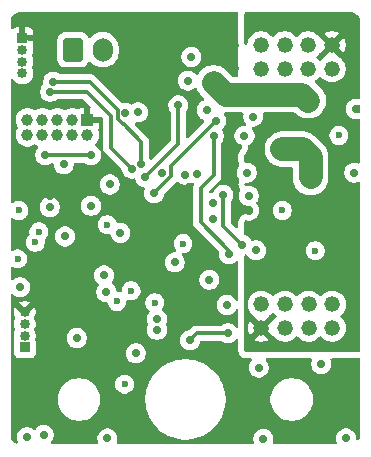
<source format=gbr>
%TF.GenerationSoftware,KiCad,Pcbnew,9.0.2*%
%TF.CreationDate,2025-07-07T17:27:58-04:00*%
%TF.ProjectId,Cain_V1.0,4361696e-5f56-4312-9e30-2e6b69636164,rev?*%
%TF.SameCoordinates,Original*%
%TF.FileFunction,Copper,L3,Inr*%
%TF.FilePolarity,Positive*%
%FSLAX46Y46*%
G04 Gerber Fmt 4.6, Leading zero omitted, Abs format (unit mm)*
G04 Created by KiCad (PCBNEW 9.0.2) date 2025-07-07 17:27:58*
%MOMM*%
%LPD*%
G01*
G04 APERTURE LIST*
G04 Aperture macros list*
%AMRoundRect*
0 Rectangle with rounded corners*
0 $1 Rounding radius*
0 $2 $3 $4 $5 $6 $7 $8 $9 X,Y pos of 4 corners*
0 Add a 4 corners polygon primitive as box body*
4,1,4,$2,$3,$4,$5,$6,$7,$8,$9,$2,$3,0*
0 Add four circle primitives for the rounded corners*
1,1,$1+$1,$2,$3*
1,1,$1+$1,$4,$5*
1,1,$1+$1,$6,$7*
1,1,$1+$1,$8,$9*
0 Add four rect primitives between the rounded corners*
20,1,$1+$1,$2,$3,$4,$5,0*
20,1,$1+$1,$4,$5,$6,$7,0*
20,1,$1+$1,$6,$7,$8,$9,0*
20,1,$1+$1,$8,$9,$2,$3,0*%
G04 Aperture macros list end*
%TA.AperFunction,ComponentPad*%
%ADD10C,1.320800*%
%TD*%
%TA.AperFunction,ComponentPad*%
%ADD11R,1.000000X1.000000*%
%TD*%
%TA.AperFunction,ComponentPad*%
%ADD12C,1.000000*%
%TD*%
%TA.AperFunction,ComponentPad*%
%ADD13R,0.850000X0.850000*%
%TD*%
%TA.AperFunction,ComponentPad*%
%ADD14C,0.850000*%
%TD*%
%TA.AperFunction,ComponentPad*%
%ADD15RoundRect,0.250000X-0.600000X-0.750000X0.600000X-0.750000X0.600000X0.750000X-0.600000X0.750000X0*%
%TD*%
%TA.AperFunction,ComponentPad*%
%ADD16O,1.700000X2.000000*%
%TD*%
%TA.AperFunction,ViaPad*%
%ADD17C,0.700000*%
%TD*%
%TA.AperFunction,ViaPad*%
%ADD18C,0.600000*%
%TD*%
%TA.AperFunction,Conductor*%
%ADD19C,2.000000*%
%TD*%
%TA.AperFunction,Conductor*%
%ADD20C,0.300000*%
%TD*%
G04 APERTURE END LIST*
D10*
%TO.N,/CAN2.0/Power/3.3IN*%
%TO.C,J3*%
X159422500Y-105950000D03*
%TO.N,/CAN2.0/Power/24IN*%
X159422500Y-107950001D03*
%TO.N,GND*%
X161422499Y-105950000D03*
X161422499Y-107950001D03*
%TO.N,/CAN2.0/Power/CAN+*%
X163422500Y-105950000D03*
%TO.N,/MCU/BOOT0*%
X163422500Y-107950001D03*
%TO.N,/CAN2.0/Power/CAN-*%
X165422498Y-105950000D03*
%TO.N,/CAN2.0/Power/NRST*%
X165422498Y-107950001D03*
%TD*%
D11*
%TO.N,+3.3V*%
%TO.C,J1*%
X144700000Y-90330000D03*
D12*
%TO.N,/MCU/SWDIO*%
X144700000Y-91600000D03*
%TO.N,GND*%
X143430000Y-90330000D03*
%TO.N,/MCU/SWCLK*%
X143430000Y-91600000D03*
%TO.N,GND*%
X142160000Y-90330000D03*
%TO.N,/MCU/SWO*%
X142160000Y-91600000D03*
%TO.N,unconnected-(J1-KEY-Pad7)*%
X140890000Y-90330000D03*
%TO.N,unconnected-(J1-NC{slash}TDI-Pad8)*%
X140890000Y-91600000D03*
%TO.N,GND*%
X139620000Y-90330000D03*
%TO.N,/CAN2.0/Power/NRST*%
X139620000Y-91600000D03*
%TD*%
D10*
%TO.N,/CAN2.0/Power/3.3IN*%
%TO.C,J4*%
X165400000Y-86000000D03*
%TO.N,/CAN2.0/Power/24IN*%
X165400000Y-83999999D03*
%TO.N,unconnected-(J4-Pin_3-Pad3)*%
X163400001Y-86000000D03*
%TO.N,GND*%
X163400001Y-83999999D03*
%TO.N,/CAN2.0/Power/CAN-*%
X161400000Y-86000000D03*
%TO.N,/MCU/BOOT0*%
X161400000Y-83999999D03*
%TO.N,/CAN2.0/Power/CAN+*%
X159400002Y-86000000D03*
%TO.N,/CAN2.0/Power/NRST*%
X159400002Y-83999999D03*
%TD*%
D13*
%TO.N,GND*%
%TO.C,J5*%
X139400000Y-109600000D03*
D14*
%TO.N,/EEPROM/EEPROM_SCL*%
X139400000Y-108600000D03*
%TO.N,/EEPROM/EEPROM_SDA*%
X139400000Y-107600000D03*
%TO.N,+3.3V*%
X139400000Y-106600000D03*
%TD*%
D13*
%TO.N,+3.3V*%
%TO.C,J6*%
X139200000Y-83400000D03*
D14*
%TO.N,/MCU/UART_TX*%
X139200000Y-84400000D03*
%TO.N,/MCU/UART_RX*%
X139200000Y-85400000D03*
%TO.N,GND*%
X139200000Y-86400000D03*
%TD*%
D15*
%TO.N,+24V*%
%TO.C,J2*%
X143500000Y-84385000D03*
D16*
%TO.N,Net-(D2-A)*%
X146000000Y-84385000D03*
%TD*%
D17*
%TO.N,+3.3V*%
X147280000Y-109320000D03*
X140400000Y-111400000D03*
D18*
X157500000Y-92600000D03*
D17*
X158403580Y-98007995D03*
X154200000Y-100500000D03*
X157000000Y-81800000D03*
X141739411Y-95139411D03*
X153900000Y-88600000D03*
X141600000Y-99000000D03*
X156400000Y-103200000D03*
X140650000Y-96850000D03*
X141500000Y-96800000D03*
X167450000Y-89400000D03*
X153300000Y-96000000D03*
D18*
%TO.N,+3.3VA*%
X147850000Y-112700000D03*
X150400000Y-105800000D03*
D17*
%TO.N,Net-(D2-A)*%
X153199000Y-87000000D03*
%TO.N,+24V*%
X155400000Y-87200000D03*
X163400000Y-88700000D03*
%TO.N,/MCU/SWCLK*%
X149000000Y-89700000D03*
D18*
%TO.N,Net-(D7-A)*%
X146400000Y-99200000D03*
X140600000Y-99800000D03*
D17*
%TO.N,/CAN2.0/Power/CAN2_RX*%
X158360882Y-96760882D03*
%TO.N,/CAN2.0/Power/CAN2_TX*%
X157800000Y-100900000D03*
X156200000Y-96700000D03*
%TO.N,/EEPROM/EEPROM_SCL*%
X155300000Y-98700000D03*
%TO.N,/EEPROM/EEPROM_SDA*%
X155350000Y-97350000D03*
D18*
%TO.N,+24V Pre*%
X163600000Y-94600000D03*
X164200000Y-95200000D03*
X162000000Y-92800000D03*
X161740380Y-93340380D03*
D17*
X161200000Y-92800000D03*
X163600000Y-95200000D03*
%TO.N,/Current Sense/ADC2{slash}Current*%
X155400000Y-91700000D03*
X158000000Y-91673130D03*
X156692004Y-101700000D03*
%TO.N,GND*%
X159600000Y-117350000D03*
X156500000Y-106000000D03*
X142800000Y-100200000D03*
X151020000Y-94830000D03*
X139600000Y-117200000D03*
X159000000Y-101380000D03*
X141520000Y-97720000D03*
X154800000Y-89500000D03*
X159200000Y-111300000D03*
X146100000Y-103500000D03*
X142700000Y-94100000D03*
X158200000Y-94800000D03*
D18*
X138900000Y-98000000D03*
X138800000Y-102100000D03*
D17*
X152970000Y-94970000D03*
D18*
X148400000Y-104800000D03*
D17*
X153500000Y-85000000D03*
X166600000Y-117300000D03*
X164500000Y-111000000D03*
X143800000Y-108800000D03*
D18*
X166000000Y-91650000D03*
X147200000Y-105700000D03*
D17*
X167300000Y-94800000D03*
X141000000Y-117000000D03*
X146300000Y-104900000D03*
D18*
X164000000Y-101400000D03*
D17*
X147899000Y-89722409D03*
D18*
X161200000Y-98000000D03*
X152800000Y-100800000D03*
D17*
X146400000Y-117300000D03*
X152100000Y-102400000D03*
X139000000Y-104500000D03*
X158748008Y-90048008D03*
X148800000Y-110100000D03*
X150600000Y-108100000D03*
X150600000Y-107200000D03*
%TO.N,/CAN2.0/Power/NRST*%
X155600000Y-90400000D03*
X145000000Y-97600000D03*
X150350000Y-96550000D03*
X147500000Y-99900000D03*
%TO.N,/CAN2.0/Power/24IN*%
X161300000Y-101000000D03*
X161864121Y-100464121D03*
%TO.N,/MCU/BOOT0*%
X152400000Y-89100000D03*
X146600000Y-95800000D03*
X149600000Y-95200000D03*
X153400000Y-109000000D03*
X156600000Y-108400000D03*
%TO.N,/MCU/Solenoid*%
X154000000Y-94900000D03*
%TO.N,/MCU/ADC1{slash}Pressure*%
X155029605Y-103860589D03*
%TO.N,/MCU/LED_GREEN*%
X141137693Y-93299999D03*
X145000000Y-93300000D03*
%TO.N,/MCU/UART_RX*%
X148448691Y-94448061D03*
X141550000Y-87950000D03*
%TO.N,/MCU/UART_TX*%
X141803950Y-87086569D03*
X149280184Y-94103645D03*
D18*
%TO.N,Net-(D7-K)*%
X140300000Y-100700000D03*
%TD*%
D19*
%TO.N,+24V*%
X163400000Y-88700000D02*
X162900000Y-88200000D01*
X156400000Y-88200000D02*
X155400000Y-87200000D01*
X162900000Y-88200000D02*
X156400000Y-88200000D01*
D20*
%TO.N,/CAN2.0/Power/CAN2_TX*%
X156200000Y-99300000D02*
X156200000Y-96700000D01*
X157800000Y-100900000D02*
X156200000Y-99300000D01*
D19*
%TO.N,+24V Pre*%
X162000000Y-92800000D02*
X161200000Y-92800000D01*
X163600000Y-95200000D02*
X163600000Y-94600000D01*
X163600000Y-94600000D02*
X163600000Y-93462500D01*
X163600000Y-93462500D02*
X162937500Y-92800000D01*
X162937500Y-92800000D02*
X162000000Y-92800000D01*
D20*
%TO.N,/Current Sense/ADC2{slash}Current*%
X156692004Y-101392004D02*
X154300000Y-99000000D01*
X154300000Y-96097820D02*
X155400000Y-94997820D01*
X154300000Y-99000000D02*
X154300000Y-96097820D01*
X156692004Y-101700000D02*
X156692004Y-101392004D01*
X155400000Y-94997820D02*
X155400000Y-91700000D01*
%TO.N,/CAN2.0/Power/NRST*%
X151800000Y-95100000D02*
X151800000Y-94200000D01*
X150350000Y-96550000D02*
X151800000Y-95100000D01*
X151800000Y-94200000D02*
X155600000Y-90400000D01*
%TO.N,/MCU/BOOT0*%
X153400000Y-109000000D02*
X154000000Y-108400000D01*
X152400000Y-92400000D02*
X152400000Y-89100000D01*
X149600000Y-95200000D02*
X152400000Y-92400000D01*
X154000000Y-108400000D02*
X156600000Y-108400000D01*
%TO.N,/MCU/LED_GREEN*%
X144999999Y-93299999D02*
X145000000Y-93300000D01*
X141137693Y-93299999D02*
X144999999Y-93299999D01*
%TO.N,/MCU/UART_RX*%
X144650000Y-87950000D02*
X146670000Y-89970000D01*
X146670000Y-92669370D02*
X148448691Y-94448061D01*
X141550000Y-87950000D02*
X144650000Y-87950000D01*
X146670000Y-89970000D02*
X146670000Y-92669370D01*
%TO.N,/MCU/UART_TX*%
X149280184Y-92180184D02*
X149280184Y-94103645D01*
X147800000Y-90700000D02*
X149280184Y-92180184D01*
X144900000Y-87100000D02*
X147299000Y-89499000D01*
X147299000Y-89499000D02*
X147299000Y-90289364D01*
X141817381Y-87100000D02*
X144900000Y-87100000D01*
X141803950Y-87086569D02*
X141817381Y-87100000D01*
X147299000Y-90289364D02*
X147709636Y-90700000D01*
X147709636Y-90700000D02*
X147800000Y-90700000D01*
%TD*%
%TA.AperFunction,Conductor*%
%TO.N,/CAN2.0/Power/24IN*%
G36*
X160508918Y-106670695D02*
G01*
X160522816Y-106686735D01*
X160535384Y-106704032D01*
X160537014Y-106706276D01*
X160666223Y-106835485D01*
X160685764Y-106849682D01*
X160728430Y-106905011D01*
X160734410Y-106974624D01*
X160701804Y-107036419D01*
X160685766Y-107050317D01*
X160666223Y-107064515D01*
X160537015Y-107193723D01*
X160480985Y-107270842D01*
X160425654Y-107313507D01*
X160410278Y-107315773D01*
X159828900Y-107897152D01*
X159828900Y-107896497D01*
X159801205Y-107793136D01*
X159747701Y-107700465D01*
X159672036Y-107624800D01*
X159579365Y-107571296D01*
X159476004Y-107543601D01*
X159475347Y-107543601D01*
X160059843Y-106959103D01*
X160065287Y-106933187D01*
X160101655Y-106891516D01*
X160178776Y-106835485D01*
X160307985Y-106706276D01*
X160322180Y-106686737D01*
X160377509Y-106644071D01*
X160447122Y-106638090D01*
X160508918Y-106670695D01*
G37*
%TD.AperFunction*%
%TA.AperFunction,Conductor*%
G36*
X167006061Y-81201097D02*
G01*
X167016051Y-81202080D01*
X167143824Y-81214665D01*
X167167652Y-81219404D01*
X167294277Y-81257815D01*
X167316725Y-81267114D01*
X167424085Y-81324500D01*
X167433406Y-81329482D01*
X167453616Y-81342986D01*
X167555891Y-81426920D01*
X167573079Y-81444108D01*
X167657012Y-81546381D01*
X167670517Y-81566593D01*
X167732883Y-81683271D01*
X167742186Y-81705728D01*
X167780593Y-81832338D01*
X167785335Y-81856180D01*
X167798903Y-81993938D01*
X167799500Y-82006092D01*
X167799500Y-88451262D01*
X167779815Y-88518301D01*
X167727011Y-88564056D01*
X167657853Y-88574000D01*
X167651310Y-88572880D01*
X167564899Y-88555692D01*
X167533767Y-88549500D01*
X167366233Y-88549500D01*
X167366228Y-88549500D01*
X167201925Y-88582182D01*
X167201917Y-88582184D01*
X167047139Y-88646295D01*
X166907837Y-88739373D01*
X166789373Y-88857837D01*
X166696295Y-88997139D01*
X166632184Y-89151917D01*
X166632182Y-89151925D01*
X166599500Y-89316228D01*
X166599500Y-89483771D01*
X166632182Y-89648074D01*
X166632184Y-89648082D01*
X166696295Y-89802860D01*
X166789373Y-89942162D01*
X166907837Y-90060626D01*
X166952646Y-90090566D01*
X167047137Y-90153703D01*
X167201918Y-90217816D01*
X167366228Y-90250499D01*
X167366232Y-90250500D01*
X167366233Y-90250500D01*
X167533768Y-90250500D01*
X167533769Y-90250499D01*
X167576855Y-90241929D01*
X167651309Y-90227120D01*
X167720900Y-90233347D01*
X167776078Y-90276210D01*
X167799322Y-90342100D01*
X167799500Y-90348737D01*
X167799500Y-93900745D01*
X167779815Y-93967784D01*
X167727011Y-94013539D01*
X167657853Y-94023483D01*
X167628048Y-94015306D01*
X167548086Y-93982185D01*
X167548074Y-93982182D01*
X167383771Y-93949500D01*
X167383767Y-93949500D01*
X167216233Y-93949500D01*
X167216228Y-93949500D01*
X167051925Y-93982182D01*
X167051917Y-93982184D01*
X166897139Y-94046295D01*
X166757837Y-94139373D01*
X166639373Y-94257837D01*
X166546295Y-94397139D01*
X166482184Y-94551917D01*
X166482182Y-94551925D01*
X166449500Y-94716228D01*
X166449500Y-94883771D01*
X166482182Y-95048074D01*
X166482184Y-95048082D01*
X166546295Y-95202860D01*
X166639373Y-95342162D01*
X166757837Y-95460626D01*
X166850494Y-95522537D01*
X166897137Y-95553703D01*
X167051918Y-95617816D01*
X167216228Y-95650499D01*
X167216232Y-95650500D01*
X167216233Y-95650500D01*
X167383768Y-95650500D01*
X167383769Y-95650499D01*
X167548082Y-95617816D01*
X167628047Y-95584692D01*
X167697516Y-95577224D01*
X167759996Y-95608499D01*
X167795648Y-95668588D01*
X167799500Y-95699254D01*
X167799500Y-109876000D01*
X167779815Y-109943039D01*
X167727011Y-109988794D01*
X167675500Y-110000000D01*
X158124000Y-110000000D01*
X158056961Y-109980315D01*
X158011206Y-109927511D01*
X158000000Y-109876000D01*
X158000000Y-105858629D01*
X158261600Y-105858629D01*
X158261600Y-106041370D01*
X158290184Y-106221841D01*
X158290185Y-106221845D01*
X158346652Y-106395631D01*
X158429609Y-106558444D01*
X158537015Y-106706276D01*
X158666224Y-106835485D01*
X158704894Y-106863580D01*
X158743340Y-106891513D01*
X158786005Y-106946843D01*
X158788272Y-106962221D01*
X159369654Y-107543601D01*
X159368996Y-107543601D01*
X159265635Y-107571296D01*
X159172964Y-107624800D01*
X159097299Y-107700465D01*
X159043795Y-107793136D01*
X159016100Y-107896497D01*
X159016100Y-107897153D01*
X158442968Y-107324021D01*
X158442965Y-107324021D01*
X158430043Y-107341809D01*
X158430039Y-107341814D01*
X158347116Y-107504557D01*
X158290672Y-107678272D01*
X158262100Y-107858670D01*
X158262100Y-108041331D01*
X158290672Y-108221729D01*
X158347116Y-108395444D01*
X158430035Y-108558179D01*
X158442967Y-108575979D01*
X159016100Y-108002846D01*
X159016100Y-108003505D01*
X159043795Y-108106866D01*
X159097299Y-108199537D01*
X159172964Y-108275202D01*
X159265635Y-108328706D01*
X159368996Y-108356401D01*
X159369653Y-108356401D01*
X158796519Y-108929532D01*
X158814317Y-108942463D01*
X158977056Y-109025384D01*
X159150771Y-109081828D01*
X159331170Y-109110401D01*
X159513830Y-109110401D01*
X159694228Y-109081828D01*
X159867943Y-109025384D01*
X160030678Y-108942466D01*
X160048479Y-108929532D01*
X159475348Y-108356401D01*
X159476004Y-108356401D01*
X159579365Y-108328706D01*
X159672036Y-108275202D01*
X159747701Y-108199537D01*
X159801205Y-108106866D01*
X159828900Y-108003505D01*
X159828900Y-108002848D01*
X160413397Y-108587345D01*
X160439315Y-108592790D01*
X160480983Y-108629158D01*
X160537014Y-108706277D01*
X160666223Y-108835486D01*
X160814055Y-108942892D01*
X160976868Y-109025849D01*
X161150654Y-109082316D01*
X161218334Y-109093035D01*
X161331129Y-109110901D01*
X161331134Y-109110901D01*
X161513869Y-109110901D01*
X161614130Y-109095020D01*
X161694344Y-109082316D01*
X161868130Y-109025849D01*
X162030943Y-108942892D01*
X162178775Y-108835486D01*
X162307984Y-108706277D01*
X162322181Y-108686736D01*
X162377507Y-108644070D01*
X162447120Y-108638089D01*
X162508916Y-108670693D01*
X162522816Y-108686734D01*
X162537015Y-108706277D01*
X162666224Y-108835486D01*
X162814056Y-108942892D01*
X162976869Y-109025849D01*
X163150655Y-109082316D01*
X163218335Y-109093035D01*
X163331130Y-109110901D01*
X163331135Y-109110901D01*
X163513870Y-109110901D01*
X163614131Y-109095020D01*
X163694345Y-109082316D01*
X163868131Y-109025849D01*
X164030944Y-108942892D01*
X164178776Y-108835486D01*
X164307985Y-108706277D01*
X164322180Y-108686738D01*
X164377509Y-108644072D01*
X164447122Y-108638091D01*
X164508918Y-108670696D01*
X164522815Y-108686735D01*
X164537013Y-108706277D01*
X164666222Y-108835486D01*
X164814054Y-108942892D01*
X164976867Y-109025849D01*
X165150653Y-109082316D01*
X165218333Y-109093035D01*
X165331128Y-109110901D01*
X165331133Y-109110901D01*
X165513868Y-109110901D01*
X165614129Y-109095020D01*
X165694343Y-109082316D01*
X165868129Y-109025849D01*
X166030942Y-108942892D01*
X166178774Y-108835486D01*
X166307983Y-108706277D01*
X166415389Y-108558445D01*
X166498346Y-108395632D01*
X166554813Y-108221846D01*
X166573024Y-108106866D01*
X166583398Y-108041371D01*
X166583398Y-107858630D01*
X166554813Y-107678159D01*
X166554813Y-107678156D01*
X166498346Y-107504370D01*
X166415389Y-107341557D01*
X166307983Y-107193725D01*
X166178774Y-107064516D01*
X166159231Y-107050317D01*
X166116566Y-106994989D01*
X166110587Y-106925375D01*
X166143192Y-106863580D01*
X166159228Y-106849685D01*
X166178774Y-106835485D01*
X166307983Y-106706276D01*
X166415389Y-106558444D01*
X166498346Y-106395631D01*
X166554813Y-106221845D01*
X166567517Y-106141631D01*
X166583398Y-106041370D01*
X166583398Y-105858629D01*
X166554813Y-105678158D01*
X166554813Y-105678155D01*
X166498346Y-105504369D01*
X166415389Y-105341556D01*
X166307983Y-105193724D01*
X166178774Y-105064515D01*
X166030942Y-104957109D01*
X165868129Y-104874152D01*
X165694343Y-104817685D01*
X165694341Y-104817684D01*
X165694339Y-104817684D01*
X165513868Y-104789100D01*
X165513863Y-104789100D01*
X165331133Y-104789100D01*
X165331128Y-104789100D01*
X165150656Y-104817684D01*
X164976864Y-104874153D01*
X164814053Y-104957109D01*
X164666219Y-105064517D01*
X164537016Y-105193720D01*
X164537013Y-105193723D01*
X164537013Y-105193724D01*
X164522817Y-105213264D01*
X164522816Y-105213265D01*
X164467485Y-105255929D01*
X164397871Y-105261907D01*
X164336077Y-105229299D01*
X164322182Y-105213265D01*
X164307985Y-105193724D01*
X164178776Y-105064515D01*
X164030944Y-104957109D01*
X163868131Y-104874152D01*
X163694345Y-104817685D01*
X163694343Y-104817684D01*
X163694341Y-104817684D01*
X163513870Y-104789100D01*
X163513865Y-104789100D01*
X163331135Y-104789100D01*
X163331130Y-104789100D01*
X163150658Y-104817684D01*
X162976866Y-104874153D01*
X162814055Y-104957109D01*
X162666221Y-105064517D01*
X162537014Y-105193724D01*
X162522816Y-105213267D01*
X162467485Y-105255932D01*
X162397872Y-105261910D01*
X162336077Y-105229303D01*
X162322181Y-105213265D01*
X162307984Y-105193724D01*
X162178775Y-105064515D01*
X162030943Y-104957109D01*
X161868130Y-104874152D01*
X161694344Y-104817685D01*
X161694342Y-104817684D01*
X161694340Y-104817684D01*
X161513869Y-104789100D01*
X161513864Y-104789100D01*
X161331134Y-104789100D01*
X161331129Y-104789100D01*
X161150657Y-104817684D01*
X160976865Y-104874153D01*
X160814054Y-104957109D01*
X160666220Y-105064517D01*
X160537016Y-105193721D01*
X160537011Y-105193727D01*
X160522815Y-105213266D01*
X160467484Y-105255930D01*
X160397870Y-105261908D01*
X160336076Y-105229300D01*
X160322182Y-105213265D01*
X160307985Y-105193724D01*
X160178776Y-105064515D01*
X160030944Y-104957109D01*
X159868131Y-104874152D01*
X159694345Y-104817685D01*
X159694343Y-104817684D01*
X159694341Y-104817684D01*
X159513870Y-104789100D01*
X159513865Y-104789100D01*
X159331135Y-104789100D01*
X159331130Y-104789100D01*
X159150658Y-104817684D01*
X158976866Y-104874153D01*
X158814055Y-104957109D01*
X158666221Y-105064517D01*
X158537017Y-105193721D01*
X158429609Y-105341555D01*
X158346653Y-105504366D01*
X158290184Y-105678158D01*
X158261600Y-105858629D01*
X158000000Y-105858629D01*
X158000000Y-101820586D01*
X158019685Y-101753547D01*
X158072489Y-101707792D01*
X158076521Y-101706036D01*
X158076535Y-101706029D01*
X158079686Y-101704724D01*
X158149152Y-101697240D01*
X158211638Y-101728501D01*
X158241722Y-101771820D01*
X158246296Y-101782860D01*
X158246297Y-101782863D01*
X158339373Y-101922162D01*
X158457837Y-102040626D01*
X158550494Y-102102537D01*
X158597137Y-102133703D01*
X158751918Y-102197816D01*
X158916228Y-102230499D01*
X158916232Y-102230500D01*
X158916233Y-102230500D01*
X159083768Y-102230500D01*
X159083769Y-102230499D01*
X159248082Y-102197816D01*
X159402863Y-102133703D01*
X159542162Y-102040626D01*
X159660626Y-101922162D01*
X159753703Y-101782863D01*
X159817816Y-101628082D01*
X159850500Y-101463767D01*
X159850500Y-101321153D01*
X163199500Y-101321153D01*
X163199500Y-101478846D01*
X163230261Y-101633489D01*
X163230264Y-101633501D01*
X163290602Y-101779172D01*
X163290609Y-101779185D01*
X163378210Y-101910288D01*
X163378213Y-101910292D01*
X163489707Y-102021786D01*
X163489711Y-102021789D01*
X163620814Y-102109390D01*
X163620827Y-102109397D01*
X163766498Y-102169735D01*
X163766503Y-102169737D01*
X163907660Y-102197815D01*
X163921153Y-102200499D01*
X163921156Y-102200500D01*
X163921158Y-102200500D01*
X164078844Y-102200500D01*
X164078845Y-102200499D01*
X164233497Y-102169737D01*
X164379179Y-102109394D01*
X164510289Y-102021789D01*
X164621789Y-101910289D01*
X164709394Y-101779179D01*
X164769737Y-101633497D01*
X164800500Y-101478842D01*
X164800500Y-101321158D01*
X164800500Y-101321155D01*
X164800499Y-101321153D01*
X164769738Y-101166510D01*
X164769737Y-101166503D01*
X164762107Y-101148082D01*
X164709397Y-101020827D01*
X164709390Y-101020814D01*
X164621789Y-100889711D01*
X164621786Y-100889707D01*
X164510292Y-100778213D01*
X164510288Y-100778210D01*
X164379185Y-100690609D01*
X164379172Y-100690602D01*
X164233501Y-100630264D01*
X164233489Y-100630261D01*
X164078845Y-100599500D01*
X164078842Y-100599500D01*
X163921158Y-100599500D01*
X163921155Y-100599500D01*
X163766510Y-100630261D01*
X163766498Y-100630264D01*
X163620827Y-100690602D01*
X163620814Y-100690609D01*
X163489711Y-100778210D01*
X163489707Y-100778213D01*
X163378213Y-100889707D01*
X163378210Y-100889711D01*
X163290609Y-101020814D01*
X163290602Y-101020827D01*
X163230264Y-101166498D01*
X163230261Y-101166510D01*
X163199500Y-101321153D01*
X159850500Y-101321153D01*
X159850500Y-101296233D01*
X159817816Y-101131918D01*
X159753703Y-100977137D01*
X159695284Y-100889707D01*
X159660626Y-100837837D01*
X159542162Y-100719373D01*
X159402860Y-100626295D01*
X159248082Y-100562184D01*
X159248074Y-100562182D01*
X159083771Y-100529500D01*
X159083767Y-100529500D01*
X158916233Y-100529500D01*
X158916228Y-100529500D01*
X158751925Y-100562181D01*
X158751916Y-100562184D01*
X158720289Y-100575285D01*
X158650819Y-100582754D01*
X158588340Y-100551478D01*
X158558276Y-100508176D01*
X158553705Y-100497141D01*
X158553704Y-100497139D01*
X158460626Y-100357837D01*
X158342162Y-100239373D01*
X158202860Y-100146295D01*
X158076547Y-100093974D01*
X158022143Y-100050132D01*
X158000079Y-99983838D01*
X158000000Y-99979413D01*
X158000000Y-98945835D01*
X158019685Y-98878796D01*
X158072489Y-98833041D01*
X158141647Y-98823097D01*
X158149479Y-98824840D01*
X158149523Y-98824623D01*
X158319808Y-98858494D01*
X158319812Y-98858495D01*
X158319813Y-98858495D01*
X158487348Y-98858495D01*
X158487349Y-98858494D01*
X158651662Y-98825811D01*
X158806443Y-98761698D01*
X158945742Y-98668621D01*
X159064206Y-98550157D01*
X159157283Y-98410858D01*
X159221396Y-98256077D01*
X159254080Y-98091762D01*
X159254080Y-97924228D01*
X159253469Y-97921158D01*
X159253468Y-97921153D01*
X160399500Y-97921153D01*
X160399500Y-98078846D01*
X160430261Y-98233489D01*
X160430264Y-98233501D01*
X160490602Y-98379172D01*
X160490609Y-98379185D01*
X160578210Y-98510288D01*
X160578213Y-98510292D01*
X160689707Y-98621786D01*
X160689711Y-98621789D01*
X160820814Y-98709390D01*
X160820827Y-98709397D01*
X160947095Y-98761698D01*
X160966503Y-98769737D01*
X161121153Y-98800499D01*
X161121156Y-98800500D01*
X161121158Y-98800500D01*
X161278844Y-98800500D01*
X161278845Y-98800499D01*
X161433497Y-98769737D01*
X161579179Y-98709394D01*
X161710289Y-98621789D01*
X161821789Y-98510289D01*
X161909394Y-98379179D01*
X161969737Y-98233497D01*
X162000500Y-98078842D01*
X162000500Y-97921158D01*
X162000500Y-97921155D01*
X162000499Y-97921153D01*
X161969738Y-97766510D01*
X161969737Y-97766503D01*
X161967007Y-97759912D01*
X161909397Y-97620827D01*
X161909390Y-97620814D01*
X161821789Y-97489711D01*
X161821786Y-97489707D01*
X161710292Y-97378213D01*
X161710288Y-97378210D01*
X161579185Y-97290609D01*
X161579172Y-97290602D01*
X161433501Y-97230264D01*
X161433489Y-97230261D01*
X161278845Y-97199500D01*
X161278842Y-97199500D01*
X161121158Y-97199500D01*
X161121155Y-97199500D01*
X160966510Y-97230261D01*
X160966498Y-97230264D01*
X160820827Y-97290602D01*
X160820814Y-97290609D01*
X160689711Y-97378210D01*
X160689707Y-97378213D01*
X160578213Y-97489707D01*
X160578210Y-97489711D01*
X160490609Y-97620814D01*
X160490602Y-97620827D01*
X160430264Y-97766498D01*
X160430261Y-97766510D01*
X160399500Y-97921153D01*
X159253468Y-97921153D01*
X159222708Y-97766510D01*
X159221396Y-97759913D01*
X159157283Y-97605132D01*
X159080161Y-97489711D01*
X159064206Y-97465832D01*
X159064204Y-97465830D01*
X159045366Y-97446993D01*
X159011879Y-97385671D01*
X159016862Y-97315979D01*
X159029940Y-97290424D01*
X159114585Y-97163745D01*
X159178698Y-97008964D01*
X159211382Y-96844649D01*
X159211382Y-96677115D01*
X159178698Y-96512800D01*
X159114585Y-96358019D01*
X159083419Y-96311376D01*
X159021508Y-96218719D01*
X158903044Y-96100255D01*
X158763742Y-96007177D01*
X158608964Y-95943066D01*
X158608956Y-95943064D01*
X158444653Y-95910382D01*
X158444649Y-95910382D01*
X158277115Y-95910382D01*
X158244482Y-95916873D01*
X158148190Y-95936026D01*
X158127205Y-95934147D01*
X158106353Y-95937146D01*
X158093103Y-95931095D01*
X158078599Y-95929797D01*
X158061963Y-95916873D01*
X158042797Y-95908121D01*
X158034922Y-95895867D01*
X158023422Y-95886934D01*
X158016413Y-95867067D01*
X158005023Y-95849343D01*
X158001488Y-95824757D01*
X158000178Y-95821044D01*
X158000000Y-95814408D01*
X158000000Y-95774500D01*
X158019685Y-95707461D01*
X158072489Y-95661706D01*
X158124000Y-95650500D01*
X158283768Y-95650500D01*
X158283769Y-95650499D01*
X158448082Y-95617816D01*
X158602863Y-95553703D01*
X158742162Y-95460626D01*
X158860626Y-95342162D01*
X158953703Y-95202863D01*
X159017816Y-95048082D01*
X159050500Y-94883767D01*
X159050500Y-94716233D01*
X159017816Y-94551918D01*
X158953703Y-94397137D01*
X158864445Y-94263553D01*
X158860626Y-94257837D01*
X158742162Y-94139373D01*
X158602860Y-94046295D01*
X158448082Y-93982184D01*
X158448074Y-93982182D01*
X158283771Y-93949500D01*
X158283767Y-93949500D01*
X158124000Y-93949500D01*
X158056961Y-93929815D01*
X158011206Y-93877011D01*
X158000000Y-93825500D01*
X158000000Y-93283440D01*
X158019685Y-93216401D01*
X158036314Y-93195763D01*
X158121789Y-93110289D01*
X158209394Y-92979179D01*
X158269737Y-92833497D01*
X158299891Y-92681902D01*
X159699500Y-92681902D01*
X159699500Y-92918097D01*
X159736446Y-93151368D01*
X159809433Y-93375996D01*
X159821919Y-93400500D01*
X159916657Y-93586433D01*
X160055483Y-93777510D01*
X160222490Y-93944517D01*
X160413567Y-94083343D01*
X160467588Y-94110868D01*
X160624003Y-94190566D01*
X160624005Y-94190566D01*
X160624008Y-94190568D01*
X160744412Y-94229689D01*
X160848631Y-94263553D01*
X161081903Y-94300500D01*
X161081908Y-94300500D01*
X161881908Y-94300500D01*
X161975500Y-94300500D01*
X162042539Y-94320185D01*
X162088294Y-94372989D01*
X162099500Y-94424500D01*
X162099500Y-95318097D01*
X162136446Y-95551368D01*
X162209433Y-95775996D01*
X162288461Y-95931095D01*
X162316657Y-95986433D01*
X162455483Y-96177510D01*
X162622490Y-96344517D01*
X162813567Y-96483343D01*
X162912991Y-96534002D01*
X163024003Y-96590566D01*
X163024005Y-96590566D01*
X163024008Y-96590568D01*
X163144412Y-96629689D01*
X163248631Y-96663553D01*
X163481903Y-96700500D01*
X163481908Y-96700500D01*
X163718097Y-96700500D01*
X163951368Y-96663553D01*
X164175992Y-96590568D01*
X164386433Y-96483343D01*
X164577510Y-96344517D01*
X164744517Y-96177510D01*
X164883343Y-95986433D01*
X164990568Y-95775992D01*
X165063553Y-95551368D01*
X165100500Y-95318097D01*
X165100500Y-93344402D01*
X165075868Y-93188890D01*
X165063553Y-93111132D01*
X165000830Y-92918092D01*
X164990568Y-92886507D01*
X164883343Y-92676066D01*
X164744517Y-92484990D01*
X163915010Y-91655483D01*
X163798941Y-91571153D01*
X165199500Y-91571153D01*
X165199500Y-91728846D01*
X165230261Y-91883489D01*
X165230264Y-91883501D01*
X165290602Y-92029172D01*
X165290609Y-92029185D01*
X165378210Y-92160288D01*
X165378213Y-92160292D01*
X165489707Y-92271786D01*
X165489711Y-92271789D01*
X165620814Y-92359390D01*
X165620827Y-92359397D01*
X165766498Y-92419735D01*
X165766503Y-92419737D01*
X165911762Y-92448631D01*
X165921153Y-92450499D01*
X165921156Y-92450500D01*
X165921158Y-92450500D01*
X166078844Y-92450500D01*
X166078845Y-92450499D01*
X166233497Y-92419737D01*
X166379179Y-92359394D01*
X166510289Y-92271789D01*
X166621789Y-92160289D01*
X166709394Y-92029179D01*
X166769737Y-91883497D01*
X166800500Y-91728842D01*
X166800500Y-91571158D01*
X166800500Y-91571155D01*
X166800499Y-91571153D01*
X166771438Y-91425055D01*
X166769737Y-91416503D01*
X166736577Y-91336446D01*
X166709397Y-91270827D01*
X166709390Y-91270814D01*
X166621789Y-91139711D01*
X166621786Y-91139707D01*
X166510292Y-91028213D01*
X166510288Y-91028210D01*
X166379185Y-90940609D01*
X166379172Y-90940602D01*
X166233501Y-90880264D01*
X166233489Y-90880261D01*
X166078845Y-90849500D01*
X166078842Y-90849500D01*
X165921158Y-90849500D01*
X165921155Y-90849500D01*
X165766510Y-90880261D01*
X165766498Y-90880264D01*
X165620827Y-90940602D01*
X165620814Y-90940609D01*
X165489711Y-91028210D01*
X165489707Y-91028213D01*
X165378213Y-91139707D01*
X165378210Y-91139711D01*
X165290609Y-91270814D01*
X165290602Y-91270827D01*
X165230264Y-91416498D01*
X165230261Y-91416510D01*
X165199500Y-91571153D01*
X163798941Y-91571153D01*
X163723934Y-91516657D01*
X163513496Y-91409433D01*
X163288868Y-91336446D01*
X163055597Y-91299500D01*
X163055592Y-91299500D01*
X162118092Y-91299500D01*
X161081908Y-91299500D01*
X161081903Y-91299500D01*
X160848631Y-91336446D01*
X160624003Y-91409433D01*
X160413566Y-91516657D01*
X160338560Y-91571153D01*
X160222490Y-91655483D01*
X160222488Y-91655485D01*
X160222487Y-91655485D01*
X160055485Y-91822487D01*
X160055485Y-91822488D01*
X160055483Y-91822490D01*
X160011159Y-91883497D01*
X159916657Y-92013566D01*
X159809433Y-92224003D01*
X159736446Y-92448631D01*
X159699500Y-92681902D01*
X158299891Y-92681902D01*
X158300500Y-92678842D01*
X158300500Y-92552087D01*
X158320185Y-92485048D01*
X158372989Y-92439293D01*
X158377024Y-92437535D01*
X158402863Y-92426833D01*
X158542162Y-92333756D01*
X158660626Y-92215292D01*
X158753703Y-92075993D01*
X158817816Y-91921212D01*
X158850500Y-91756897D01*
X158850500Y-91589363D01*
X158817816Y-91425048D01*
X158753935Y-91270827D01*
X158753704Y-91270269D01*
X158660626Y-91130967D01*
X158639848Y-91110189D01*
X158606363Y-91048866D01*
X158611347Y-90979174D01*
X158653219Y-90923241D01*
X158718683Y-90898824D01*
X158727529Y-90898508D01*
X158831776Y-90898508D01*
X158831777Y-90898507D01*
X158996090Y-90865824D01*
X159150871Y-90801711D01*
X159290170Y-90708634D01*
X159408634Y-90590170D01*
X159501711Y-90450871D01*
X159565824Y-90296090D01*
X159598508Y-90131775D01*
X159598508Y-89964241D01*
X159575524Y-89848691D01*
X159581751Y-89779100D01*
X159624614Y-89723922D01*
X159690504Y-89700678D01*
X159697141Y-89700500D01*
X162227110Y-89700500D01*
X162294149Y-89720185D01*
X162314791Y-89736819D01*
X162422491Y-89844519D01*
X162422496Y-89844523D01*
X162556886Y-89942162D01*
X162613567Y-89983343D01*
X162747659Y-90051666D01*
X162824003Y-90090566D01*
X162824005Y-90090566D01*
X162824008Y-90090568D01*
X162944412Y-90129689D01*
X163048631Y-90163553D01*
X163281903Y-90200500D01*
X163281908Y-90200500D01*
X163518097Y-90200500D01*
X163647690Y-90179973D01*
X163751369Y-90163553D01*
X163975992Y-90090568D01*
X164186434Y-89983343D01*
X164377510Y-89844518D01*
X164544518Y-89677510D01*
X164683343Y-89486434D01*
X164790568Y-89275992D01*
X164863553Y-89051369D01*
X164894205Y-88857838D01*
X164900500Y-88818097D01*
X164900500Y-88581902D01*
X164863553Y-88348631D01*
X164790566Y-88124003D01*
X164751666Y-88047659D01*
X164683343Y-87913567D01*
X164636165Y-87848632D01*
X164544523Y-87722496D01*
X164544519Y-87722491D01*
X164446036Y-87624008D01*
X163999016Y-87176989D01*
X163965532Y-87115667D01*
X163970516Y-87045976D01*
X164012387Y-86990042D01*
X164013813Y-86988991D01*
X164024266Y-86981396D01*
X164156277Y-86885485D01*
X164285486Y-86756276D01*
X164299681Y-86736737D01*
X164355010Y-86694071D01*
X164424623Y-86688090D01*
X164486419Y-86720695D01*
X164500317Y-86736735D01*
X164512885Y-86754032D01*
X164514515Y-86756276D01*
X164643724Y-86885485D01*
X164791556Y-86992891D01*
X164954369Y-87075848D01*
X165128155Y-87132315D01*
X165195835Y-87143034D01*
X165308630Y-87160900D01*
X165308635Y-87160900D01*
X165491370Y-87160900D01*
X165591631Y-87145019D01*
X165671845Y-87132315D01*
X165845631Y-87075848D01*
X166008444Y-86992891D01*
X166156276Y-86885485D01*
X166285485Y-86756276D01*
X166392891Y-86608444D01*
X166475848Y-86445631D01*
X166532315Y-86271845D01*
X166550456Y-86157306D01*
X166560900Y-86091370D01*
X166560900Y-85908629D01*
X166532315Y-85728158D01*
X166532315Y-85728155D01*
X166475848Y-85554369D01*
X166392891Y-85391556D01*
X166285485Y-85243724D01*
X166156276Y-85114515D01*
X166079156Y-85058484D01*
X166036492Y-85003155D01*
X166034224Y-84987776D01*
X165452848Y-84406399D01*
X165453504Y-84406399D01*
X165556865Y-84378704D01*
X165649536Y-84325200D01*
X165725201Y-84249535D01*
X165778705Y-84156864D01*
X165806400Y-84053503D01*
X165806400Y-84052846D01*
X166379531Y-84625977D01*
X166392465Y-84608177D01*
X166475383Y-84445442D01*
X166531827Y-84271727D01*
X166560400Y-84091329D01*
X166560400Y-83908668D01*
X166531827Y-83728270D01*
X166475383Y-83554555D01*
X166392462Y-83391816D01*
X166379531Y-83374019D01*
X166379531Y-83374018D01*
X165806400Y-83947150D01*
X165806400Y-83946495D01*
X165778705Y-83843134D01*
X165725201Y-83750463D01*
X165649536Y-83674798D01*
X165556865Y-83621294D01*
X165453504Y-83593599D01*
X165452847Y-83593599D01*
X166025978Y-83020466D01*
X166008178Y-83007534D01*
X165845443Y-82924615D01*
X165671728Y-82868171D01*
X165491330Y-82839599D01*
X165308670Y-82839599D01*
X165128271Y-82868171D01*
X164954556Y-82924615D01*
X164791813Y-83007538D01*
X164791808Y-83007542D01*
X164774020Y-83020464D01*
X164774020Y-83020467D01*
X165347154Y-83593599D01*
X165346496Y-83593599D01*
X165243135Y-83621294D01*
X165150464Y-83674798D01*
X165074799Y-83750463D01*
X165021295Y-83843134D01*
X164993600Y-83946495D01*
X164993600Y-83947151D01*
X164409100Y-83362651D01*
X164383183Y-83357207D01*
X164378440Y-83353423D01*
X164375060Y-83352440D01*
X164363167Y-83341236D01*
X164348327Y-83329396D01*
X164344733Y-83325270D01*
X164285486Y-83243723D01*
X164156277Y-83114514D01*
X164008445Y-83007108D01*
X163845632Y-82924151D01*
X163671846Y-82867684D01*
X163671844Y-82867683D01*
X163671842Y-82867683D01*
X163491371Y-82839099D01*
X163491366Y-82839099D01*
X163308636Y-82839099D01*
X163308631Y-82839099D01*
X163128159Y-82867683D01*
X162954367Y-82924152D01*
X162791556Y-83007108D01*
X162643722Y-83114516D01*
X162514515Y-83243723D01*
X162500317Y-83263266D01*
X162444986Y-83305931D01*
X162375373Y-83311909D01*
X162313578Y-83279302D01*
X162299682Y-83263264D01*
X162285485Y-83243723D01*
X162156276Y-83114514D01*
X162008444Y-83007108D01*
X161845631Y-82924151D01*
X161671845Y-82867684D01*
X161671843Y-82867683D01*
X161671841Y-82867683D01*
X161491370Y-82839099D01*
X161491365Y-82839099D01*
X161308635Y-82839099D01*
X161308630Y-82839099D01*
X161128158Y-82867683D01*
X160954366Y-82924152D01*
X160791555Y-83007108D01*
X160643721Y-83114516D01*
X160514518Y-83243719D01*
X160514515Y-83243722D01*
X160514515Y-83243723D01*
X160500319Y-83263263D01*
X160500318Y-83263264D01*
X160444987Y-83305928D01*
X160375373Y-83311906D01*
X160313579Y-83279298D01*
X160299684Y-83263264D01*
X160285487Y-83243723D01*
X160156278Y-83114514D01*
X160008446Y-83007108D01*
X159845633Y-82924151D01*
X159671847Y-82867684D01*
X159671845Y-82867683D01*
X159671843Y-82867683D01*
X159491372Y-82839099D01*
X159491367Y-82839099D01*
X159308637Y-82839099D01*
X159308632Y-82839099D01*
X159128160Y-82867683D01*
X158954368Y-82924152D01*
X158791557Y-83007108D01*
X158643723Y-83114516D01*
X158514519Y-83243720D01*
X158407111Y-83391554D01*
X158324155Y-83554365D01*
X158267686Y-83728157D01*
X158246473Y-83862090D01*
X158216544Y-83925225D01*
X158157232Y-83962156D01*
X158087369Y-83961158D01*
X158029137Y-83922548D01*
X158001023Y-83858584D01*
X158000000Y-83842692D01*
X158000000Y-81324500D01*
X158019685Y-81257461D01*
X158072489Y-81211706D01*
X158124000Y-81200500D01*
X166960118Y-81200500D01*
X166993908Y-81200500D01*
X167006061Y-81201097D01*
G37*
%TD.AperFunction*%
%TA.AperFunction,Conductor*%
G36*
X164993600Y-84053503D02*
G01*
X165021295Y-84156864D01*
X165074799Y-84249535D01*
X165150464Y-84325200D01*
X165243135Y-84378704D01*
X165346496Y-84406399D01*
X165347153Y-84406399D01*
X164762653Y-84990896D01*
X164757208Y-85016817D01*
X164720841Y-85058486D01*
X164643722Y-85114516D01*
X164514517Y-85243721D01*
X164514512Y-85243727D01*
X164500316Y-85263266D01*
X164444985Y-85305930D01*
X164375371Y-85311908D01*
X164313577Y-85279300D01*
X164299683Y-85263265D01*
X164285486Y-85243724D01*
X164156277Y-85114515D01*
X164136734Y-85100316D01*
X164094069Y-85044988D01*
X164088090Y-84975374D01*
X164120695Y-84913579D01*
X164136731Y-84899684D01*
X164156277Y-84885484D01*
X164285486Y-84756275D01*
X164341516Y-84679155D01*
X164396842Y-84636491D01*
X164412220Y-84634224D01*
X164993600Y-84052844D01*
X164993600Y-84053503D01*
G37*
%TD.AperFunction*%
%TD*%
%TA.AperFunction,Conductor*%
%TO.N,+3.3V*%
G36*
X157437539Y-81220185D02*
G01*
X157483294Y-81272989D01*
X157494500Y-81324500D01*
X157494500Y-83842691D01*
X157495543Y-83875161D01*
X157496567Y-83891064D01*
X157499691Y-83923366D01*
X157511461Y-83965677D01*
X157512091Y-83975480D01*
X157514737Y-83981276D01*
X157514733Y-84016571D01*
X157514087Y-84021060D01*
X157510818Y-84036617D01*
X157509151Y-84042609D01*
X157509149Y-84042618D01*
X157499848Y-84114585D01*
X157499653Y-84121455D01*
X157494500Y-84157297D01*
X157494500Y-85842692D01*
X157495543Y-85875162D01*
X157496567Y-85891065D01*
X157499691Y-85923367D01*
X157499692Y-85923369D01*
X157510329Y-85961611D01*
X157511462Y-85965682D01*
X157514735Y-86016559D01*
X157509140Y-86055485D01*
X157494500Y-86157307D01*
X157494500Y-86575500D01*
X157474815Y-86642539D01*
X157422011Y-86688294D01*
X157370500Y-86699500D01*
X157072890Y-86699500D01*
X157005851Y-86679815D01*
X156985209Y-86663181D01*
X156377512Y-86055485D01*
X156377511Y-86055484D01*
X156323937Y-86016560D01*
X156186434Y-85916657D01*
X156136193Y-85891058D01*
X155975996Y-85809433D01*
X155751368Y-85736446D01*
X155518097Y-85699500D01*
X155518092Y-85699500D01*
X155281908Y-85699500D01*
X155281903Y-85699500D01*
X155048631Y-85736446D01*
X154824003Y-85809433D01*
X154613565Y-85916657D01*
X154422488Y-86055484D01*
X154255484Y-86222488D01*
X154116655Y-86413568D01*
X154088703Y-86468427D01*
X154040729Y-86519222D01*
X153972908Y-86536017D01*
X153906773Y-86513479D01*
X153875116Y-86481021D01*
X153870758Y-86474499D01*
X153859626Y-86457838D01*
X153859625Y-86457837D01*
X153859624Y-86457835D01*
X153741162Y-86339373D01*
X153601860Y-86246295D01*
X153447082Y-86182184D01*
X153447074Y-86182182D01*
X153282771Y-86149500D01*
X153282767Y-86149500D01*
X153115233Y-86149500D01*
X153115228Y-86149500D01*
X152950925Y-86182182D01*
X152950917Y-86182184D01*
X152796139Y-86246295D01*
X152656837Y-86339373D01*
X152538373Y-86457837D01*
X152445295Y-86597139D01*
X152381184Y-86751917D01*
X152381182Y-86751925D01*
X152348500Y-86916228D01*
X152348500Y-87083771D01*
X152381182Y-87248074D01*
X152381184Y-87248082D01*
X152445295Y-87402860D01*
X152538373Y-87542162D01*
X152656837Y-87660626D01*
X152718646Y-87701925D01*
X152796137Y-87753703D01*
X152950918Y-87817816D01*
X153115228Y-87850499D01*
X153115232Y-87850500D01*
X153115233Y-87850500D01*
X153282768Y-87850500D01*
X153282769Y-87850499D01*
X153447082Y-87817816D01*
X153601863Y-87753703D01*
X153741162Y-87660626D01*
X153772266Y-87629522D01*
X153833588Y-87596036D01*
X153903280Y-87601020D01*
X153959214Y-87642890D01*
X153977879Y-87678883D01*
X154009433Y-87775996D01*
X154116657Y-87986434D01*
X154255484Y-88177511D01*
X154567941Y-88489968D01*
X154601426Y-88551291D01*
X154596442Y-88620983D01*
X154554570Y-88676916D01*
X154527713Y-88692210D01*
X154397139Y-88746295D01*
X154257837Y-88839373D01*
X154139373Y-88957837D01*
X154046295Y-89097139D01*
X153982184Y-89251917D01*
X153982182Y-89251925D01*
X153949500Y-89416228D01*
X153949500Y-89583771D01*
X153982182Y-89748074D01*
X153982184Y-89748082D01*
X154046295Y-89902860D01*
X154139373Y-90042162D01*
X154257837Y-90160626D01*
X154350494Y-90222537D01*
X154397137Y-90253703D01*
X154499467Y-90296090D01*
X154529184Y-90308399D01*
X154583587Y-90352240D01*
X154605652Y-90418534D01*
X154588373Y-90486234D01*
X154569412Y-90510641D01*
X153262181Y-91817873D01*
X153200858Y-91851358D01*
X153131166Y-91846374D01*
X153075233Y-91804502D01*
X153050816Y-91739038D01*
X153050500Y-91730192D01*
X153050500Y-89694931D01*
X153070185Y-89627892D01*
X153071398Y-89626040D01*
X153077951Y-89616233D01*
X153153703Y-89502863D01*
X153217816Y-89348082D01*
X153250500Y-89183767D01*
X153250500Y-89016233D01*
X153217816Y-88851918D01*
X153153703Y-88697137D01*
X153103096Y-88621398D01*
X153060626Y-88557837D01*
X152942162Y-88439373D01*
X152802860Y-88346295D01*
X152648082Y-88282184D01*
X152648074Y-88282182D01*
X152483771Y-88249500D01*
X152483767Y-88249500D01*
X152316233Y-88249500D01*
X152316228Y-88249500D01*
X152151925Y-88282182D01*
X152151917Y-88282184D01*
X151997139Y-88346295D01*
X151857837Y-88439373D01*
X151739373Y-88557837D01*
X151646295Y-88697139D01*
X151582184Y-88851917D01*
X151582182Y-88851925D01*
X151549500Y-89016228D01*
X151549500Y-89183771D01*
X151582182Y-89348074D01*
X151582184Y-89348082D01*
X151646295Y-89502860D01*
X151646296Y-89502862D01*
X151646297Y-89502863D01*
X151722045Y-89616228D01*
X151728602Y-89626040D01*
X151749480Y-89692717D01*
X151749500Y-89694931D01*
X151749500Y-92079191D01*
X151729815Y-92146230D01*
X151713181Y-92166872D01*
X150198959Y-93681093D01*
X150180467Y-93691189D01*
X150164794Y-93705269D01*
X150150417Y-93707598D01*
X150137636Y-93714578D01*
X150116620Y-93713075D01*
X150095824Y-93716445D01*
X150082471Y-93710632D01*
X150067944Y-93709594D01*
X150051077Y-93696967D01*
X150031760Y-93688559D01*
X150015162Y-93670081D01*
X150012011Y-93667722D01*
X150008175Y-93662302D01*
X149951581Y-93577602D01*
X149930704Y-93510925D01*
X149930684Y-93508712D01*
X149930684Y-92116112D01*
X149905686Y-91990445D01*
X149905685Y-91990444D01*
X149905685Y-91990440D01*
X149856649Y-91872057D01*
X149856647Y-91872054D01*
X149850513Y-91862873D01*
X149785458Y-91765511D01*
X149785455Y-91765508D01*
X148773632Y-90753686D01*
X148740147Y-90692363D01*
X148745131Y-90622671D01*
X148787003Y-90566738D01*
X148852467Y-90542321D01*
X148885505Y-90544388D01*
X148890814Y-90545444D01*
X148916231Y-90550499D01*
X148916232Y-90550500D01*
X148916233Y-90550500D01*
X149083768Y-90550500D01*
X149083769Y-90550499D01*
X149248082Y-90517816D01*
X149402863Y-90453703D01*
X149542162Y-90360626D01*
X149660626Y-90242162D01*
X149753703Y-90102863D01*
X149817816Y-89948082D01*
X149850500Y-89783767D01*
X149850500Y-89616233D01*
X149817816Y-89451918D01*
X149753703Y-89297137D01*
X149677952Y-89183768D01*
X149660626Y-89157837D01*
X149542162Y-89039373D01*
X149402860Y-88946295D01*
X149248082Y-88882184D01*
X149248074Y-88882182D01*
X149083771Y-88849500D01*
X149083767Y-88849500D01*
X148916233Y-88849500D01*
X148916228Y-88849500D01*
X148751925Y-88882182D01*
X148751917Y-88882184D01*
X148597140Y-88946295D01*
X148501622Y-89010118D01*
X148434945Y-89030995D01*
X148367565Y-89012510D01*
X148363842Y-89010118D01*
X148301867Y-88968708D01*
X148301859Y-88968704D01*
X148147082Y-88904593D01*
X148147074Y-88904591D01*
X147982771Y-88871909D01*
X147982767Y-88871909D01*
X147815233Y-88871909D01*
X147786607Y-88877602D01*
X147693919Y-88896039D01*
X147624328Y-88889810D01*
X147582048Y-88862102D01*
X145314674Y-86594727D01*
X145314673Y-86594726D01*
X145314669Y-86594723D01*
X145208127Y-86523535D01*
X145089744Y-86474499D01*
X145089742Y-86474498D01*
X145089735Y-86474496D01*
X145086822Y-86473917D01*
X145086820Y-86473917D01*
X144964071Y-86449500D01*
X144964069Y-86449500D01*
X142418983Y-86449500D01*
X142351944Y-86429815D01*
X142350092Y-86428602D01*
X142206810Y-86332864D01*
X142052032Y-86268753D01*
X142052024Y-86268751D01*
X141887721Y-86236069D01*
X141887717Y-86236069D01*
X141720183Y-86236069D01*
X141720178Y-86236069D01*
X141555875Y-86268751D01*
X141555867Y-86268753D01*
X141401089Y-86332864D01*
X141261787Y-86425942D01*
X141143323Y-86544406D01*
X141050245Y-86683708D01*
X140986134Y-86838486D01*
X140986132Y-86838494D01*
X140953450Y-87002797D01*
X140953450Y-87170340D01*
X140969292Y-87249982D01*
X140963065Y-87319573D01*
X140935358Y-87361852D01*
X140889375Y-87407835D01*
X140889371Y-87407841D01*
X140796295Y-87547139D01*
X140732184Y-87701917D01*
X140732182Y-87701925D01*
X140699500Y-87866228D01*
X140699500Y-88033771D01*
X140732182Y-88198074D01*
X140732184Y-88198082D01*
X140796295Y-88352860D01*
X140889373Y-88492162D01*
X141007837Y-88610626D01*
X141082810Y-88660721D01*
X141147137Y-88703703D01*
X141301918Y-88767816D01*
X141447974Y-88796868D01*
X141466228Y-88800499D01*
X141466232Y-88800500D01*
X141466233Y-88800500D01*
X141633768Y-88800500D01*
X141633769Y-88800499D01*
X141798082Y-88767816D01*
X141952863Y-88703703D01*
X142076041Y-88621398D01*
X142142719Y-88600520D01*
X142144932Y-88600500D01*
X144329192Y-88600500D01*
X144396231Y-88620185D01*
X144416873Y-88636819D01*
X144942346Y-89162292D01*
X144975831Y-89223615D01*
X144970847Y-89293307D01*
X144950000Y-89325744D01*
X144950000Y-90080000D01*
X145706363Y-90080000D01*
X145753669Y-90054169D01*
X145823361Y-90059153D01*
X145867708Y-90087654D01*
X145983181Y-90203127D01*
X146016666Y-90264450D01*
X146019500Y-90290808D01*
X146019500Y-92733441D01*
X146035658Y-92814669D01*
X146035658Y-92814670D01*
X146044496Y-92859107D01*
X146044498Y-92859112D01*
X146060250Y-92897139D01*
X146093535Y-92977497D01*
X146157998Y-93073974D01*
X146164726Y-93084043D01*
X146164727Y-93084044D01*
X147568036Y-94487352D01*
X147601521Y-94548675D01*
X147601972Y-94550842D01*
X147630873Y-94696135D01*
X147630875Y-94696143D01*
X147694986Y-94850921D01*
X147788064Y-94990223D01*
X147906528Y-95108687D01*
X147952455Y-95139374D01*
X148045828Y-95201764D01*
X148200609Y-95265877D01*
X148364919Y-95298560D01*
X148364923Y-95298561D01*
X148364924Y-95298561D01*
X148532459Y-95298561D01*
X148532459Y-95298560D01*
X148622452Y-95280660D01*
X148692043Y-95286887D01*
X148747220Y-95329750D01*
X148768260Y-95378085D01*
X148782182Y-95448076D01*
X148782184Y-95448082D01*
X148846295Y-95602860D01*
X148939373Y-95742162D01*
X149057837Y-95860626D01*
X149128859Y-95908081D01*
X149197137Y-95953703D01*
X149351918Y-96017816D01*
X149478994Y-96043092D01*
X149540903Y-96075476D01*
X149575477Y-96136191D01*
X149571738Y-96205961D01*
X149569362Y-96212161D01*
X149532185Y-96301913D01*
X149532182Y-96301925D01*
X149499500Y-96466228D01*
X149499500Y-96633771D01*
X149532182Y-96798074D01*
X149532184Y-96798082D01*
X149596295Y-96952860D01*
X149689373Y-97092162D01*
X149807837Y-97210626D01*
X149870189Y-97252288D01*
X149947137Y-97303703D01*
X150101918Y-97367816D01*
X150246772Y-97396629D01*
X150266228Y-97400499D01*
X150266232Y-97400500D01*
X150266233Y-97400500D01*
X150433768Y-97400500D01*
X150433769Y-97400499D01*
X150598082Y-97367816D01*
X150752863Y-97303703D01*
X150892162Y-97210626D01*
X151010626Y-97092162D01*
X151103703Y-96952863D01*
X151167816Y-96798082D01*
X151196718Y-96652781D01*
X151229102Y-96590870D01*
X151230596Y-96589349D01*
X152220898Y-95599048D01*
X152282221Y-95565563D01*
X152351913Y-95570547D01*
X152396261Y-95599049D01*
X152427834Y-95630623D01*
X152427837Y-95630626D01*
X152520494Y-95692537D01*
X152567137Y-95723703D01*
X152567138Y-95723703D01*
X152567139Y-95723704D01*
X152602201Y-95738227D01*
X152721918Y-95787816D01*
X152886228Y-95820499D01*
X152886232Y-95820500D01*
X152886233Y-95820500D01*
X153053768Y-95820500D01*
X153053769Y-95820499D01*
X153218082Y-95787816D01*
X153372863Y-95723703D01*
X153468946Y-95659502D01*
X153477228Y-95656908D01*
X153483655Y-95651067D01*
X153510063Y-95646627D01*
X153535618Y-95638626D01*
X153545799Y-95640620D01*
X153552558Y-95639484D01*
X153573238Y-95645993D01*
X153586649Y-95648620D01*
X153594672Y-95652056D01*
X153597137Y-95653703D01*
X153639201Y-95671126D01*
X153639907Y-95671429D01*
X153666303Y-95693225D01*
X153692946Y-95714695D01*
X153693189Y-95715425D01*
X153693783Y-95715916D01*
X153704201Y-95748511D01*
X153715011Y-95780989D01*
X153714856Y-95781847D01*
X153715055Y-95782469D01*
X153714103Y-95786020D01*
X153705651Y-95832867D01*
X153674500Y-95908071D01*
X153674497Y-95908081D01*
X153649500Y-96033748D01*
X153649500Y-99064071D01*
X153660855Y-99121153D01*
X153672205Y-99178211D01*
X153674499Y-99189744D01*
X153723535Y-99308127D01*
X153773018Y-99382184D01*
X153794726Y-99414673D01*
X153794727Y-99414674D01*
X155820316Y-101440262D01*
X155853801Y-101501585D01*
X155854253Y-101552132D01*
X155841504Y-101616232D01*
X155841504Y-101783771D01*
X155874186Y-101948074D01*
X155874188Y-101948082D01*
X155938299Y-102102860D01*
X156031377Y-102242162D01*
X156149841Y-102360626D01*
X156242498Y-102422537D01*
X156289141Y-102453703D01*
X156443922Y-102517816D01*
X156608232Y-102550499D01*
X156608236Y-102550500D01*
X156608237Y-102550500D01*
X156775772Y-102550500D01*
X156775773Y-102550499D01*
X156940086Y-102517816D01*
X157094867Y-102453703D01*
X157234166Y-102360626D01*
X157234169Y-102360623D01*
X157282819Y-102311974D01*
X157344142Y-102278489D01*
X157413834Y-102283473D01*
X157469767Y-102325345D01*
X157494184Y-102390809D01*
X157494500Y-102399655D01*
X157494500Y-105555081D01*
X157474815Y-105622120D01*
X157422011Y-105667875D01*
X157352853Y-105677819D01*
X157289297Y-105648794D01*
X157255940Y-105602536D01*
X157253705Y-105597140D01*
X157253704Y-105597139D01*
X157251238Y-105593449D01*
X157195072Y-105509390D01*
X157160626Y-105457837D01*
X157042162Y-105339373D01*
X156902860Y-105246295D01*
X156748082Y-105182184D01*
X156748074Y-105182182D01*
X156583771Y-105149500D01*
X156583767Y-105149500D01*
X156416233Y-105149500D01*
X156416228Y-105149500D01*
X156251925Y-105182182D01*
X156251917Y-105182184D01*
X156097139Y-105246295D01*
X155957837Y-105339373D01*
X155839373Y-105457837D01*
X155746295Y-105597139D01*
X155682184Y-105751917D01*
X155682182Y-105751925D01*
X155649500Y-105916228D01*
X155649500Y-106083771D01*
X155682182Y-106248074D01*
X155682184Y-106248082D01*
X155746295Y-106402860D01*
X155839373Y-106542162D01*
X155957837Y-106660626D01*
X156008734Y-106694634D01*
X156097137Y-106753703D01*
X156251918Y-106817816D01*
X156413719Y-106850000D01*
X156416228Y-106850499D01*
X156416232Y-106850500D01*
X156416233Y-106850500D01*
X156583768Y-106850500D01*
X156583769Y-106850499D01*
X156748082Y-106817816D01*
X156902863Y-106753703D01*
X157042162Y-106660626D01*
X157160626Y-106542162D01*
X157253703Y-106402863D01*
X157255939Y-106397466D01*
X157299779Y-106343062D01*
X157366073Y-106320997D01*
X157433773Y-106338276D01*
X157481383Y-106389412D01*
X157494500Y-106444918D01*
X157494500Y-107799081D01*
X157474815Y-107866120D01*
X157422011Y-107911875D01*
X157352853Y-107921819D01*
X157289297Y-107892794D01*
X157267399Y-107867973D01*
X157260628Y-107857840D01*
X157260623Y-107857834D01*
X157142162Y-107739373D01*
X157002860Y-107646295D01*
X156848082Y-107582184D01*
X156848074Y-107582182D01*
X156683771Y-107549500D01*
X156683767Y-107549500D01*
X156516233Y-107549500D01*
X156516228Y-107549500D01*
X156351925Y-107582182D01*
X156351917Y-107582184D01*
X156197139Y-107646295D01*
X156073959Y-107728602D01*
X156007281Y-107749480D01*
X156005068Y-107749500D01*
X153935929Y-107749500D01*
X153810261Y-107774497D01*
X153810255Y-107774499D01*
X153691875Y-107823533D01*
X153691866Y-107823538D01*
X153585331Y-107894723D01*
X153585327Y-107894726D01*
X153360709Y-108119345D01*
X153299386Y-108152830D01*
X153297219Y-108153281D01*
X153151925Y-108182182D01*
X153151917Y-108182184D01*
X152997139Y-108246295D01*
X152857837Y-108339373D01*
X152739373Y-108457837D01*
X152646295Y-108597139D01*
X152582184Y-108751917D01*
X152582182Y-108751925D01*
X152549500Y-108916228D01*
X152549500Y-109083771D01*
X152582182Y-109248074D01*
X152582184Y-109248082D01*
X152646295Y-109402860D01*
X152739373Y-109542162D01*
X152857837Y-109660626D01*
X152912480Y-109697137D01*
X152997137Y-109753703D01*
X153151918Y-109817816D01*
X153316228Y-109850499D01*
X153316232Y-109850500D01*
X153316233Y-109850500D01*
X153483768Y-109850500D01*
X153483769Y-109850499D01*
X153648082Y-109817816D01*
X153802863Y-109753703D01*
X153942162Y-109660626D01*
X154060626Y-109542162D01*
X154153703Y-109402863D01*
X154217816Y-109248082D01*
X154226811Y-109202860D01*
X154237265Y-109150309D01*
X154269650Y-109088398D01*
X154330366Y-109053823D01*
X154358882Y-109050500D01*
X156005068Y-109050500D01*
X156072107Y-109070185D01*
X156073959Y-109071398D01*
X156126205Y-109106307D01*
X156197137Y-109153703D01*
X156351918Y-109217816D01*
X156504037Y-109248074D01*
X156516228Y-109250499D01*
X156516232Y-109250500D01*
X156516233Y-109250500D01*
X156683768Y-109250500D01*
X156683769Y-109250499D01*
X156848082Y-109217816D01*
X157002863Y-109153703D01*
X157142162Y-109060626D01*
X157260626Y-108942162D01*
X157267397Y-108932029D01*
X157321008Y-108887223D01*
X157390333Y-108878514D01*
X157453361Y-108908668D01*
X157490081Y-108968111D01*
X157494500Y-109000918D01*
X157494500Y-109876000D01*
X157494501Y-109876009D01*
X157506052Y-109983450D01*
X157506054Y-109983462D01*
X157517260Y-110034972D01*
X157551383Y-110137497D01*
X157551386Y-110137503D01*
X157629171Y-110258537D01*
X157629179Y-110258548D01*
X157674923Y-110311340D01*
X157674926Y-110311343D01*
X157674930Y-110311347D01*
X157783664Y-110405567D01*
X157914541Y-110465338D01*
X157981580Y-110485023D01*
X157981584Y-110485024D01*
X158124000Y-110505500D01*
X158492349Y-110505500D01*
X158559388Y-110525185D01*
X158605143Y-110577989D01*
X158615087Y-110647147D01*
X158586062Y-110710703D01*
X158580030Y-110717181D01*
X158539376Y-110757834D01*
X158539373Y-110757837D01*
X158446295Y-110897139D01*
X158382184Y-111051917D01*
X158382182Y-111051925D01*
X158349500Y-111216228D01*
X158349500Y-111383771D01*
X158382182Y-111548074D01*
X158382184Y-111548082D01*
X158446295Y-111702860D01*
X158539373Y-111842162D01*
X158657837Y-111960626D01*
X158718700Y-112001293D01*
X158797137Y-112053703D01*
X158951918Y-112117816D01*
X159116228Y-112150499D01*
X159116232Y-112150500D01*
X159116233Y-112150500D01*
X159283768Y-112150500D01*
X159283769Y-112150499D01*
X159448082Y-112117816D01*
X159602863Y-112053703D01*
X159742162Y-111960626D01*
X159860626Y-111842162D01*
X159953703Y-111702863D01*
X160017816Y-111548082D01*
X160050500Y-111383767D01*
X160050500Y-111216233D01*
X160017816Y-111051918D01*
X159961613Y-110916233D01*
X159953704Y-110897139D01*
X159860626Y-110757837D01*
X159819970Y-110717181D01*
X159786485Y-110655858D01*
X159791469Y-110586166D01*
X159833341Y-110530233D01*
X159898805Y-110505816D01*
X159907651Y-110505500D01*
X163598675Y-110505500D01*
X163665714Y-110525185D01*
X163711469Y-110577989D01*
X163721413Y-110647147D01*
X163713236Y-110676953D01*
X163682184Y-110751917D01*
X163682182Y-110751925D01*
X163649500Y-110916228D01*
X163649500Y-111083771D01*
X163682182Y-111248074D01*
X163682184Y-111248082D01*
X163746295Y-111402860D01*
X163839373Y-111542162D01*
X163957837Y-111660626D01*
X164021045Y-111702860D01*
X164097137Y-111753703D01*
X164251918Y-111817816D01*
X164374315Y-111842162D01*
X164416228Y-111850499D01*
X164416232Y-111850500D01*
X164416233Y-111850500D01*
X164583768Y-111850500D01*
X164583769Y-111850499D01*
X164748082Y-111817816D01*
X164902863Y-111753703D01*
X165042162Y-111660626D01*
X165160626Y-111542162D01*
X165253703Y-111402863D01*
X165317816Y-111248082D01*
X165350500Y-111083767D01*
X165350500Y-110916233D01*
X165317816Y-110751918D01*
X165286763Y-110676952D01*
X165279295Y-110607484D01*
X165310570Y-110545004D01*
X165370659Y-110509352D01*
X165401325Y-110505500D01*
X167675500Y-110505500D01*
X167742539Y-110525185D01*
X167788294Y-110577989D01*
X167799500Y-110629500D01*
X167799500Y-116993907D01*
X167798903Y-117006060D01*
X167798903Y-117006061D01*
X167785335Y-117143819D01*
X167780593Y-117167661D01*
X167742186Y-117294271D01*
X167732883Y-117316728D01*
X167683858Y-117408448D01*
X167634896Y-117458292D01*
X167566759Y-117473753D01*
X167501079Y-117449922D01*
X167458710Y-117394364D01*
X167450500Y-117349995D01*
X167450500Y-117216232D01*
X167450499Y-117216228D01*
X167448381Y-117205581D01*
X167417816Y-117051918D01*
X167361613Y-116916233D01*
X167353704Y-116897139D01*
X167260626Y-116757837D01*
X167142162Y-116639373D01*
X167002860Y-116546295D01*
X166848082Y-116482184D01*
X166848074Y-116482182D01*
X166683771Y-116449500D01*
X166683767Y-116449500D01*
X166516233Y-116449500D01*
X166516228Y-116449500D01*
X166351925Y-116482182D01*
X166351917Y-116482184D01*
X166197139Y-116546295D01*
X166057837Y-116639373D01*
X165939373Y-116757837D01*
X165846295Y-116897139D01*
X165782184Y-117051917D01*
X165782182Y-117051925D01*
X165749500Y-117216228D01*
X165749500Y-117383771D01*
X165767399Y-117473753D01*
X165782184Y-117548082D01*
X165813517Y-117623727D01*
X165815307Y-117628047D01*
X165822776Y-117697516D01*
X165791501Y-117759996D01*
X165731412Y-117795648D01*
X165700746Y-117799500D01*
X160519965Y-117799500D01*
X160452926Y-117779815D01*
X160407171Y-117727011D01*
X160397227Y-117657853D01*
X160405404Y-117628048D01*
X160412389Y-117611183D01*
X160417816Y-117598082D01*
X160450500Y-117433767D01*
X160450500Y-117266233D01*
X160417816Y-117101918D01*
X160355686Y-116951925D01*
X160353704Y-116947139D01*
X160333053Y-116916233D01*
X160320294Y-116897137D01*
X160260626Y-116807837D01*
X160142162Y-116689373D01*
X160002860Y-116596295D01*
X159848082Y-116532184D01*
X159848074Y-116532182D01*
X159683771Y-116499500D01*
X159683767Y-116499500D01*
X159516233Y-116499500D01*
X159516228Y-116499500D01*
X159351925Y-116532182D01*
X159351917Y-116532184D01*
X159197139Y-116596295D01*
X159057837Y-116689373D01*
X158939373Y-116807837D01*
X158846295Y-116947139D01*
X158782184Y-117101917D01*
X158782182Y-117101925D01*
X158749500Y-117266228D01*
X158749500Y-117433771D01*
X158782182Y-117598074D01*
X158782185Y-117598086D01*
X158794596Y-117628048D01*
X158802065Y-117697517D01*
X158770790Y-117759996D01*
X158710701Y-117795648D01*
X158680035Y-117799500D01*
X147299254Y-117799500D01*
X147232215Y-117779815D01*
X147186460Y-117727011D01*
X147176516Y-117657853D01*
X147184693Y-117628047D01*
X147217816Y-117548082D01*
X147250500Y-117383767D01*
X147250500Y-117216233D01*
X147217816Y-117051918D01*
X147161613Y-116916233D01*
X147153704Y-116897139D01*
X147060626Y-116757837D01*
X146942162Y-116639373D01*
X146802860Y-116546295D01*
X146648082Y-116482184D01*
X146648074Y-116482182D01*
X146483771Y-116449500D01*
X146483767Y-116449500D01*
X146316233Y-116449500D01*
X146316228Y-116449500D01*
X146151925Y-116482182D01*
X146151917Y-116482184D01*
X145997139Y-116546295D01*
X145857837Y-116639373D01*
X145739373Y-116757837D01*
X145646295Y-116897139D01*
X145582184Y-117051917D01*
X145582182Y-117051925D01*
X145549500Y-117216228D01*
X145549500Y-117383771D01*
X145567399Y-117473753D01*
X145582184Y-117548082D01*
X145613517Y-117623727D01*
X145615307Y-117628047D01*
X145622776Y-117697516D01*
X145591501Y-117759996D01*
X145531412Y-117795648D01*
X145500746Y-117799500D01*
X141702651Y-117799500D01*
X141635612Y-117779815D01*
X141589857Y-117727011D01*
X141579913Y-117657853D01*
X141608938Y-117594297D01*
X141614970Y-117587819D01*
X141660623Y-117542165D01*
X141660626Y-117542162D01*
X141753703Y-117402863D01*
X141817816Y-117248082D01*
X141850500Y-117083767D01*
X141850500Y-116916233D01*
X141817816Y-116751918D01*
X141753703Y-116597137D01*
X141710301Y-116532182D01*
X141660626Y-116457837D01*
X141542162Y-116339373D01*
X141402860Y-116246295D01*
X141248082Y-116182184D01*
X141248074Y-116182182D01*
X141083771Y-116149500D01*
X141083767Y-116149500D01*
X140916233Y-116149500D01*
X140916228Y-116149500D01*
X140751925Y-116182182D01*
X140751917Y-116182184D01*
X140597139Y-116246295D01*
X140457837Y-116339373D01*
X140339374Y-116457836D01*
X140309727Y-116502206D01*
X140256114Y-116547010D01*
X140186789Y-116555716D01*
X140137736Y-116536416D01*
X140056568Y-116482182D01*
X140002863Y-116446297D01*
X140002860Y-116446295D01*
X140002859Y-116446295D01*
X139848082Y-116382184D01*
X139848074Y-116382182D01*
X139683771Y-116349500D01*
X139683767Y-116349500D01*
X139516233Y-116349500D01*
X139516228Y-116349500D01*
X139351925Y-116382182D01*
X139351917Y-116382184D01*
X139197139Y-116446295D01*
X139057837Y-116539373D01*
X138939373Y-116657837D01*
X138846295Y-116797139D01*
X138782184Y-116951917D01*
X138782182Y-116951925D01*
X138749500Y-117116228D01*
X138749500Y-117283771D01*
X138782182Y-117448074D01*
X138782184Y-117448082D01*
X138829203Y-117561596D01*
X138832199Y-117589463D01*
X138838400Y-117616791D01*
X138835883Y-117623727D01*
X138836672Y-117631066D01*
X138824125Y-117656131D01*
X138814568Y-117682470D01*
X138808701Y-117686944D01*
X138805397Y-117693545D01*
X138781292Y-117707846D01*
X138759011Y-117724839D01*
X138751654Y-117725431D01*
X138745308Y-117729197D01*
X138717304Y-117728196D01*
X138689366Y-117730446D01*
X138679440Y-117726844D01*
X138675483Y-117726703D01*
X138656189Y-117718407D01*
X138566593Y-117670517D01*
X138546381Y-117657012D01*
X138444108Y-117573079D01*
X138426920Y-117555891D01*
X138359511Y-117473753D01*
X138342986Y-117453616D01*
X138329482Y-117433406D01*
X138316142Y-117408448D01*
X138267114Y-117316725D01*
X138257815Y-117294277D01*
X138219404Y-117167652D01*
X138214665Y-117143824D01*
X138201097Y-117006060D01*
X138200500Y-116993907D01*
X138200500Y-113881995D01*
X142199500Y-113881995D01*
X142199500Y-114118004D01*
X142199501Y-114118020D01*
X142230306Y-114352010D01*
X142291394Y-114579993D01*
X142381714Y-114798045D01*
X142381719Y-114798056D01*
X142400375Y-114830368D01*
X142499727Y-115002450D01*
X142499729Y-115002453D01*
X142499730Y-115002454D01*
X142643406Y-115189697D01*
X142643412Y-115189704D01*
X142810295Y-115356587D01*
X142810301Y-115356592D01*
X142997550Y-115500273D01*
X143128918Y-115576118D01*
X143201943Y-115618280D01*
X143201948Y-115618282D01*
X143201951Y-115618284D01*
X143420007Y-115708606D01*
X143647986Y-115769693D01*
X143881989Y-115800500D01*
X143881996Y-115800500D01*
X144118004Y-115800500D01*
X144118011Y-115800500D01*
X144352014Y-115769693D01*
X144579993Y-115708606D01*
X144798049Y-115618284D01*
X145002450Y-115500273D01*
X145189699Y-115356592D01*
X145356592Y-115189699D01*
X145500273Y-115002450D01*
X145618284Y-114798049D01*
X145708606Y-114579993D01*
X145769693Y-114352014D01*
X145800500Y-114118011D01*
X145800500Y-113881989D01*
X145794043Y-113832945D01*
X149599500Y-113832945D01*
X149599500Y-114167052D01*
X149632247Y-114499548D01*
X149632250Y-114499565D01*
X149697425Y-114827230D01*
X149697428Y-114827241D01*
X149794418Y-115146977D01*
X149922278Y-115455656D01*
X149922280Y-115455661D01*
X150079769Y-115750303D01*
X150079780Y-115750321D01*
X150265393Y-116028109D01*
X150265403Y-116028123D01*
X150477361Y-116286395D01*
X150713604Y-116522638D01*
X150713609Y-116522642D01*
X150713610Y-116522643D01*
X150971882Y-116734601D01*
X151249685Y-116920224D01*
X151249694Y-116920229D01*
X151249696Y-116920230D01*
X151544338Y-117077719D01*
X151544340Y-117077719D01*
X151544346Y-117077723D01*
X151853024Y-117205582D01*
X152172749Y-117302569D01*
X152172755Y-117302570D01*
X152172758Y-117302571D01*
X152172769Y-117302574D01*
X152378243Y-117343444D01*
X152500441Y-117367751D01*
X152832944Y-117400500D01*
X152832947Y-117400500D01*
X153167053Y-117400500D01*
X153167056Y-117400500D01*
X153499559Y-117367751D01*
X153661757Y-117335487D01*
X153827230Y-117302574D01*
X153827241Y-117302571D01*
X153827241Y-117302570D01*
X153827251Y-117302569D01*
X154146976Y-117205582D01*
X154455654Y-117077723D01*
X154750315Y-116920224D01*
X155028118Y-116734601D01*
X155286390Y-116522643D01*
X155522643Y-116286390D01*
X155734601Y-116028118D01*
X155920224Y-115750315D01*
X156077723Y-115455654D01*
X156205582Y-115146976D01*
X156302569Y-114827251D01*
X156302571Y-114827241D01*
X156302574Y-114827230D01*
X156335487Y-114661757D01*
X156367751Y-114499559D01*
X156400500Y-114167056D01*
X156400500Y-113881995D01*
X160199500Y-113881995D01*
X160199500Y-114118004D01*
X160199501Y-114118020D01*
X160230306Y-114352010D01*
X160291394Y-114579993D01*
X160381714Y-114798045D01*
X160381719Y-114798056D01*
X160400375Y-114830368D01*
X160499727Y-115002450D01*
X160499729Y-115002453D01*
X160499730Y-115002454D01*
X160643406Y-115189697D01*
X160643412Y-115189704D01*
X160810295Y-115356587D01*
X160810301Y-115356592D01*
X160997550Y-115500273D01*
X161128918Y-115576118D01*
X161201943Y-115618280D01*
X161201948Y-115618282D01*
X161201951Y-115618284D01*
X161420007Y-115708606D01*
X161647986Y-115769693D01*
X161881989Y-115800500D01*
X161881996Y-115800500D01*
X162118004Y-115800500D01*
X162118011Y-115800500D01*
X162352014Y-115769693D01*
X162579993Y-115708606D01*
X162798049Y-115618284D01*
X163002450Y-115500273D01*
X163189699Y-115356592D01*
X163356592Y-115189699D01*
X163500273Y-115002450D01*
X163618284Y-114798049D01*
X163708606Y-114579993D01*
X163769693Y-114352014D01*
X163800500Y-114118011D01*
X163800500Y-113881989D01*
X163769693Y-113647986D01*
X163708606Y-113420007D01*
X163618284Y-113201951D01*
X163618282Y-113201948D01*
X163618280Y-113201943D01*
X163547405Y-113079185D01*
X163500273Y-112997550D01*
X163441001Y-112920306D01*
X163356593Y-112810302D01*
X163356587Y-112810295D01*
X163189704Y-112643412D01*
X163189697Y-112643406D01*
X163002454Y-112499730D01*
X163002453Y-112499729D01*
X163002450Y-112499727D01*
X162920957Y-112452677D01*
X162798056Y-112381719D01*
X162798045Y-112381714D01*
X162579993Y-112291394D01*
X162352010Y-112230306D01*
X162118020Y-112199501D01*
X162118017Y-112199500D01*
X162118011Y-112199500D01*
X161881989Y-112199500D01*
X161881983Y-112199500D01*
X161881979Y-112199501D01*
X161647989Y-112230306D01*
X161420006Y-112291394D01*
X161201954Y-112381714D01*
X161201943Y-112381719D01*
X160997545Y-112499730D01*
X160810302Y-112643406D01*
X160810295Y-112643412D01*
X160643412Y-112810295D01*
X160643406Y-112810302D01*
X160499730Y-112997545D01*
X160381719Y-113201943D01*
X160381714Y-113201954D01*
X160291394Y-113420006D01*
X160230306Y-113647989D01*
X160199501Y-113881979D01*
X160199500Y-113881995D01*
X156400500Y-113881995D01*
X156400500Y-113832944D01*
X156367751Y-113500441D01*
X156332215Y-113321789D01*
X156302574Y-113172769D01*
X156302571Y-113172758D01*
X156302570Y-113172755D01*
X156302569Y-113172749D01*
X156205582Y-112853024D01*
X156077723Y-112544346D01*
X156053875Y-112499730D01*
X155920230Y-112249696D01*
X155920229Y-112249694D01*
X155920224Y-112249685D01*
X155734601Y-111971882D01*
X155522643Y-111713610D01*
X155522642Y-111713609D01*
X155522638Y-111713604D01*
X155286395Y-111477361D01*
X155028123Y-111265403D01*
X155028122Y-111265402D01*
X155028118Y-111265399D01*
X154750315Y-111079776D01*
X154750310Y-111079773D01*
X154750303Y-111079769D01*
X154455661Y-110922280D01*
X154455656Y-110922278D01*
X154444886Y-110917817D01*
X154290105Y-110853704D01*
X154146977Y-110794418D01*
X153827241Y-110697428D01*
X153827230Y-110697425D01*
X153499565Y-110632250D01*
X153499548Y-110632247D01*
X153248108Y-110607483D01*
X153167056Y-110599500D01*
X152832944Y-110599500D01*
X152757982Y-110606883D01*
X152500451Y-110632247D01*
X152500434Y-110632250D01*
X152172769Y-110697425D01*
X152172758Y-110697428D01*
X151853022Y-110794418D01*
X151544343Y-110922278D01*
X151544338Y-110922280D01*
X151249696Y-111079769D01*
X151249678Y-111079780D01*
X150971890Y-111265393D01*
X150971876Y-111265403D01*
X150713604Y-111477361D01*
X150477361Y-111713604D01*
X150265403Y-111971876D01*
X150265393Y-111971890D01*
X150079780Y-112249678D01*
X150079769Y-112249696D01*
X149922280Y-112544338D01*
X149922278Y-112544343D01*
X149794418Y-112853022D01*
X149697428Y-113172758D01*
X149697425Y-113172769D01*
X149632250Y-113500434D01*
X149632247Y-113500451D01*
X149599611Y-113831806D01*
X149599612Y-113831807D01*
X149599500Y-113832945D01*
X145794043Y-113832945D01*
X145769693Y-113647986D01*
X145708606Y-113420007D01*
X145618284Y-113201951D01*
X145618282Y-113201948D01*
X145618280Y-113201943D01*
X145547405Y-113079185D01*
X145500273Y-112997550D01*
X145441001Y-112920306D01*
X145356593Y-112810302D01*
X145356587Y-112810295D01*
X145189704Y-112643412D01*
X145189697Y-112643406D01*
X145160696Y-112621153D01*
X147049500Y-112621153D01*
X147049500Y-112778846D01*
X147080261Y-112933489D01*
X147080264Y-112933501D01*
X147140602Y-113079172D01*
X147140609Y-113079185D01*
X147228210Y-113210288D01*
X147228213Y-113210292D01*
X147339707Y-113321786D01*
X147339711Y-113321789D01*
X147470814Y-113409390D01*
X147470827Y-113409397D01*
X147616498Y-113469735D01*
X147616503Y-113469737D01*
X147756403Y-113497565D01*
X147771153Y-113500499D01*
X147771156Y-113500500D01*
X147771158Y-113500500D01*
X147928844Y-113500500D01*
X147928845Y-113500499D01*
X148083497Y-113469737D01*
X148229179Y-113409394D01*
X148360289Y-113321789D01*
X148471789Y-113210289D01*
X148559394Y-113079179D01*
X148619737Y-112933497D01*
X148650500Y-112778842D01*
X148650500Y-112621158D01*
X148650500Y-112621155D01*
X148650499Y-112621153D01*
X148626346Y-112499730D01*
X148619737Y-112466503D01*
X148584619Y-112381719D01*
X148559397Y-112320827D01*
X148559390Y-112320814D01*
X148471789Y-112189711D01*
X148471786Y-112189707D01*
X148360292Y-112078213D01*
X148360288Y-112078210D01*
X148229185Y-111990609D01*
X148229172Y-111990602D01*
X148083501Y-111930264D01*
X148083489Y-111930261D01*
X147928845Y-111899500D01*
X147928842Y-111899500D01*
X147771158Y-111899500D01*
X147771155Y-111899500D01*
X147616510Y-111930261D01*
X147616498Y-111930264D01*
X147470827Y-111990602D01*
X147470814Y-111990609D01*
X147339711Y-112078210D01*
X147339707Y-112078213D01*
X147228213Y-112189707D01*
X147228210Y-112189711D01*
X147140609Y-112320814D01*
X147140602Y-112320827D01*
X147080264Y-112466498D01*
X147080261Y-112466510D01*
X147049500Y-112621153D01*
X145160696Y-112621153D01*
X145002454Y-112499730D01*
X145002453Y-112499729D01*
X145002450Y-112499727D01*
X144920957Y-112452677D01*
X144798056Y-112381719D01*
X144798045Y-112381714D01*
X144579993Y-112291394D01*
X144352010Y-112230306D01*
X144118020Y-112199501D01*
X144118017Y-112199500D01*
X144118011Y-112199500D01*
X143881989Y-112199500D01*
X143881983Y-112199500D01*
X143881979Y-112199501D01*
X143647989Y-112230306D01*
X143420006Y-112291394D01*
X143201954Y-112381714D01*
X143201943Y-112381719D01*
X142997545Y-112499730D01*
X142810302Y-112643406D01*
X142810295Y-112643412D01*
X142643412Y-112810295D01*
X142643406Y-112810302D01*
X142499730Y-112997545D01*
X142381719Y-113201943D01*
X142381714Y-113201954D01*
X142291394Y-113420006D01*
X142230306Y-113647989D01*
X142199501Y-113881979D01*
X142199500Y-113881995D01*
X138200500Y-113881995D01*
X138200500Y-107691156D01*
X138474499Y-107691156D01*
X138510065Y-107869952D01*
X138510067Y-107869958D01*
X138579835Y-108038394D01*
X138581525Y-108041556D01*
X138581908Y-108043399D01*
X138582164Y-108044016D01*
X138582047Y-108044064D01*
X138595761Y-108109960D01*
X138581525Y-108158444D01*
X138579835Y-108161605D01*
X138510067Y-108330041D01*
X138510065Y-108330047D01*
X138474500Y-108508843D01*
X138474500Y-108508846D01*
X138474500Y-108691154D01*
X138474500Y-108691156D01*
X138474499Y-108691156D01*
X138510065Y-108869952D01*
X138510068Y-108869962D01*
X138514826Y-108881448D01*
X138522295Y-108950917D01*
X138516447Y-108972233D01*
X138480908Y-109067517D01*
X138474501Y-109127116D01*
X138474501Y-109127123D01*
X138474500Y-109127135D01*
X138474500Y-110072870D01*
X138474501Y-110072876D01*
X138480908Y-110132483D01*
X138531202Y-110267328D01*
X138531206Y-110267335D01*
X138617452Y-110382544D01*
X138617455Y-110382547D01*
X138732664Y-110468793D01*
X138732671Y-110468797D01*
X138867517Y-110519091D01*
X138867516Y-110519091D01*
X138874444Y-110519835D01*
X138927127Y-110525500D01*
X139872872Y-110525499D01*
X139932483Y-110519091D01*
X140067331Y-110468796D01*
X140182546Y-110382546D01*
X140268796Y-110267331D01*
X140319091Y-110132483D01*
X140325500Y-110072873D01*
X140325500Y-110016228D01*
X147949500Y-110016228D01*
X147949500Y-110183771D01*
X147982182Y-110348074D01*
X147982184Y-110348082D01*
X148046295Y-110502860D01*
X148139373Y-110642162D01*
X148257837Y-110760626D01*
X148308411Y-110794418D01*
X148397137Y-110853703D01*
X148551918Y-110917816D01*
X148716228Y-110950499D01*
X148716232Y-110950500D01*
X148716233Y-110950500D01*
X148883768Y-110950500D01*
X148883769Y-110950499D01*
X149048082Y-110917816D01*
X149202863Y-110853703D01*
X149342162Y-110760626D01*
X149460626Y-110642162D01*
X149553703Y-110502863D01*
X149617816Y-110348082D01*
X149650500Y-110183767D01*
X149650500Y-110016233D01*
X149617816Y-109851918D01*
X149553703Y-109697137D01*
X149500702Y-109617815D01*
X149460626Y-109557837D01*
X149342162Y-109439373D01*
X149202860Y-109346295D01*
X149048082Y-109282184D01*
X149048074Y-109282182D01*
X148883771Y-109249500D01*
X148883767Y-109249500D01*
X148716233Y-109249500D01*
X148716228Y-109249500D01*
X148551925Y-109282182D01*
X148551917Y-109282184D01*
X148397139Y-109346295D01*
X148257837Y-109439373D01*
X148139373Y-109557837D01*
X148046295Y-109697139D01*
X147982184Y-109851917D01*
X147982182Y-109851925D01*
X147949500Y-110016228D01*
X140325500Y-110016228D01*
X140325499Y-109127128D01*
X140319091Y-109067517D01*
X140283551Y-108972231D01*
X140278568Y-108902542D01*
X140278664Y-108902103D01*
X140281012Y-108891493D01*
X140289933Y-108869958D01*
X140320512Y-108716228D01*
X142949500Y-108716228D01*
X142949500Y-108883771D01*
X142982182Y-109048074D01*
X142982184Y-109048082D01*
X143046295Y-109202860D01*
X143139373Y-109342162D01*
X143257837Y-109460626D01*
X143350494Y-109522537D01*
X143397137Y-109553703D01*
X143397138Y-109553703D01*
X143397139Y-109553704D01*
X143432201Y-109568227D01*
X143551918Y-109617816D01*
X143716228Y-109650499D01*
X143716232Y-109650500D01*
X143716233Y-109650500D01*
X143883768Y-109650500D01*
X143883769Y-109650499D01*
X144048082Y-109617816D01*
X144202863Y-109553703D01*
X144342162Y-109460626D01*
X144460626Y-109342162D01*
X144553703Y-109202863D01*
X144617816Y-109048082D01*
X144650500Y-108883767D01*
X144650500Y-108716233D01*
X144617816Y-108551918D01*
X144553703Y-108397137D01*
X144508875Y-108330047D01*
X144460626Y-108257837D01*
X144342162Y-108139373D01*
X144202860Y-108046295D01*
X144048082Y-107982184D01*
X144048074Y-107982182D01*
X143883771Y-107949500D01*
X143883767Y-107949500D01*
X143716233Y-107949500D01*
X143716228Y-107949500D01*
X143551925Y-107982182D01*
X143551917Y-107982184D01*
X143397139Y-108046295D01*
X143257837Y-108139373D01*
X143139373Y-108257837D01*
X143046295Y-108397139D01*
X142982184Y-108551917D01*
X142982182Y-108551925D01*
X142949500Y-108716228D01*
X140320512Y-108716228D01*
X140325500Y-108691154D01*
X140325500Y-108508846D01*
X140325500Y-108508843D01*
X140289934Y-108330047D01*
X140289933Y-108330046D01*
X140289933Y-108330042D01*
X140229345Y-108183768D01*
X140220169Y-108161615D01*
X140218482Y-108158459D01*
X140218097Y-108156613D01*
X140217836Y-108155982D01*
X140217955Y-108155932D01*
X140204236Y-108090057D01*
X140218482Y-108041541D01*
X140220163Y-108038394D01*
X140220167Y-108038389D01*
X140289933Y-107869958D01*
X140313898Y-107749480D01*
X140325500Y-107691156D01*
X140325500Y-107508843D01*
X140289934Y-107330047D01*
X140289933Y-107330046D01*
X140289933Y-107330042D01*
X140270766Y-107283768D01*
X140220170Y-107161617D01*
X140218193Y-107157918D01*
X140203953Y-107089515D01*
X140218199Y-107041005D01*
X140219730Y-107038140D01*
X140289451Y-106869817D01*
X140289454Y-106869805D01*
X140324999Y-106691109D01*
X140325000Y-106691106D01*
X140325000Y-106508894D01*
X140324999Y-106508890D01*
X140289454Y-106330194D01*
X140289451Y-106330182D01*
X140219728Y-106161855D01*
X140219725Y-106161849D01*
X140208500Y-106145050D01*
X139694744Y-106658808D01*
X139687776Y-106662612D01*
X139683132Y-106669053D01*
X139657546Y-106679119D01*
X139633421Y-106692293D01*
X139632365Y-106692302D01*
X139650000Y-106649728D01*
X139650000Y-106550272D01*
X139611940Y-106458386D01*
X139541614Y-106388060D01*
X139449728Y-106350000D01*
X139350272Y-106350000D01*
X139258386Y-106388060D01*
X139188060Y-106458386D01*
X139150000Y-106550272D01*
X139150000Y-106649728D01*
X139165919Y-106688161D01*
X139147536Y-106686517D01*
X139105254Y-106658808D01*
X138591498Y-106145050D01*
X138580274Y-106161848D01*
X138510547Y-106330186D01*
X138510545Y-106330194D01*
X138475000Y-106508890D01*
X138475000Y-106691109D01*
X138510545Y-106869805D01*
X138510548Y-106869817D01*
X138580275Y-107038153D01*
X138581808Y-107041022D01*
X138582156Y-107042695D01*
X138582606Y-107043781D01*
X138582400Y-107043866D01*
X138596046Y-107109426D01*
X138581811Y-107157909D01*
X138579834Y-107161607D01*
X138510067Y-107330041D01*
X138510065Y-107330047D01*
X138474500Y-107508843D01*
X138474500Y-107508846D01*
X138474500Y-107691154D01*
X138474500Y-107691156D01*
X138474499Y-107691156D01*
X138200500Y-107691156D01*
X138200500Y-105791498D01*
X138945050Y-105791498D01*
X139400000Y-106246446D01*
X139400001Y-106246446D01*
X139854947Y-105791498D01*
X139838145Y-105780271D01*
X139669817Y-105710548D01*
X139669805Y-105710545D01*
X139491109Y-105675000D01*
X139308890Y-105675000D01*
X139130194Y-105710545D01*
X139130186Y-105710547D01*
X138961848Y-105780274D01*
X138945050Y-105791498D01*
X138200500Y-105791498D01*
X138200500Y-105202651D01*
X138220185Y-105135612D01*
X138272989Y-105089857D01*
X138342147Y-105079913D01*
X138405703Y-105108938D01*
X138412181Y-105114970D01*
X138457837Y-105160626D01*
X138550494Y-105222537D01*
X138597137Y-105253703D01*
X138751918Y-105317816D01*
X138916228Y-105350499D01*
X138916232Y-105350500D01*
X138916233Y-105350500D01*
X139083768Y-105350500D01*
X139083769Y-105350499D01*
X139248082Y-105317816D01*
X139402863Y-105253703D01*
X139542162Y-105160626D01*
X139660626Y-105042162D01*
X139753703Y-104902863D01*
X139817816Y-104748082D01*
X139850500Y-104583767D01*
X139850500Y-104416233D01*
X139817816Y-104251918D01*
X139753703Y-104097137D01*
X139688464Y-103999500D01*
X139660626Y-103957837D01*
X139542162Y-103839373D01*
X139402860Y-103746295D01*
X139248082Y-103682184D01*
X139248074Y-103682182D01*
X139083771Y-103649500D01*
X139083767Y-103649500D01*
X138916233Y-103649500D01*
X138916228Y-103649500D01*
X138751925Y-103682182D01*
X138751917Y-103682184D01*
X138597139Y-103746295D01*
X138457837Y-103839373D01*
X138457834Y-103839376D01*
X138412181Y-103885030D01*
X138350858Y-103918515D01*
X138281166Y-103913531D01*
X138225233Y-103871659D01*
X138200816Y-103806195D01*
X138200500Y-103797349D01*
X138200500Y-103416228D01*
X145249500Y-103416228D01*
X145249500Y-103583771D01*
X145282182Y-103748074D01*
X145282184Y-103748082D01*
X145346295Y-103902860D01*
X145439373Y-104042162D01*
X145557835Y-104160624D01*
X145557838Y-104160626D01*
X145602205Y-104190271D01*
X145647010Y-104243882D01*
X145655717Y-104313207D01*
X145636416Y-104362263D01*
X145546298Y-104497134D01*
X145546296Y-104497138D01*
X145482184Y-104651917D01*
X145482182Y-104651925D01*
X145449500Y-104816228D01*
X145449500Y-104983771D01*
X145482182Y-105148074D01*
X145482184Y-105148082D01*
X145546295Y-105302860D01*
X145639373Y-105442162D01*
X145757837Y-105560626D01*
X145817512Y-105600499D01*
X145897137Y-105653703D01*
X146051918Y-105717816D01*
X146216228Y-105750499D01*
X146216232Y-105750500D01*
X146292098Y-105750500D01*
X146359137Y-105770185D01*
X146404892Y-105822989D01*
X146413715Y-105850308D01*
X146430261Y-105933491D01*
X146430264Y-105933501D01*
X146490602Y-106079172D01*
X146490609Y-106079185D01*
X146578210Y-106210288D01*
X146578213Y-106210292D01*
X146689707Y-106321786D01*
X146689711Y-106321789D01*
X146820814Y-106409390D01*
X146820827Y-106409397D01*
X146906584Y-106444918D01*
X146966503Y-106469737D01*
X147121153Y-106500499D01*
X147121156Y-106500500D01*
X147121158Y-106500500D01*
X147278844Y-106500500D01*
X147278845Y-106500499D01*
X147433497Y-106469737D01*
X147579179Y-106409394D01*
X147710289Y-106321789D01*
X147821789Y-106210289D01*
X147909394Y-106079179D01*
X147969737Y-105933497D01*
X148000500Y-105778842D01*
X148000500Y-105721153D01*
X149599500Y-105721153D01*
X149599500Y-105878846D01*
X149630261Y-106033489D01*
X149630264Y-106033501D01*
X149690602Y-106179172D01*
X149690609Y-106179185D01*
X149778210Y-106310288D01*
X149778213Y-106310292D01*
X149889708Y-106421787D01*
X149889711Y-106421789D01*
X149935352Y-106452285D01*
X149980156Y-106505896D01*
X149988865Y-106575221D01*
X149958710Y-106638249D01*
X149954145Y-106643066D01*
X149939373Y-106657838D01*
X149846295Y-106797139D01*
X149782184Y-106951917D01*
X149782182Y-106951925D01*
X149749500Y-107116228D01*
X149749500Y-107283771D01*
X149782182Y-107448074D01*
X149782185Y-107448086D01*
X149846165Y-107602548D01*
X149853634Y-107672017D01*
X149846165Y-107697452D01*
X149782185Y-107851913D01*
X149782182Y-107851925D01*
X149749500Y-108016228D01*
X149749500Y-108183771D01*
X149782182Y-108348074D01*
X149782184Y-108348082D01*
X149846295Y-108502860D01*
X149939373Y-108642162D01*
X150057837Y-108760626D01*
X150121050Y-108802863D01*
X150197137Y-108853703D01*
X150351918Y-108917816D01*
X150474305Y-108942160D01*
X150516228Y-108950499D01*
X150516232Y-108950500D01*
X150516233Y-108950500D01*
X150683768Y-108950500D01*
X150683769Y-108950499D01*
X150848082Y-108917816D01*
X151002863Y-108853703D01*
X151142162Y-108760626D01*
X151260626Y-108642162D01*
X151353703Y-108502863D01*
X151417816Y-108348082D01*
X151450500Y-108183767D01*
X151450500Y-108016233D01*
X151417816Y-107851918D01*
X151353834Y-107697453D01*
X151346365Y-107627984D01*
X151353834Y-107602547D01*
X151392646Y-107508846D01*
X151417816Y-107448082D01*
X151450500Y-107283767D01*
X151450500Y-107116233D01*
X151417816Y-106951918D01*
X151353703Y-106797137D01*
X151316604Y-106741614D01*
X151260626Y-106657837D01*
X151142162Y-106539373D01*
X151056221Y-106481950D01*
X151011416Y-106428338D01*
X151002709Y-106359013D01*
X151022007Y-106309961D01*
X151109394Y-106179179D01*
X151169737Y-106033497D01*
X151200500Y-105878842D01*
X151200500Y-105721158D01*
X151200500Y-105721155D01*
X151200499Y-105721153D01*
X151199835Y-105717815D01*
X151169737Y-105566503D01*
X151169735Y-105566498D01*
X151109397Y-105420827D01*
X151109390Y-105420814D01*
X151021789Y-105289711D01*
X151021786Y-105289707D01*
X150910292Y-105178213D01*
X150910288Y-105178210D01*
X150779185Y-105090609D01*
X150779172Y-105090602D01*
X150633501Y-105030264D01*
X150633489Y-105030261D01*
X150478845Y-104999500D01*
X150478842Y-104999500D01*
X150321158Y-104999500D01*
X150321155Y-104999500D01*
X150166510Y-105030261D01*
X150166498Y-105030264D01*
X150020827Y-105090602D01*
X150020814Y-105090609D01*
X149889711Y-105178210D01*
X149889707Y-105178213D01*
X149778213Y-105289707D01*
X149778210Y-105289711D01*
X149690609Y-105420814D01*
X149690602Y-105420827D01*
X149630264Y-105566498D01*
X149630261Y-105566510D01*
X149599500Y-105721153D01*
X148000500Y-105721153D01*
X148000500Y-105686555D01*
X148020185Y-105619516D01*
X148072989Y-105573761D01*
X148142147Y-105563817D01*
X148160411Y-105568840D01*
X148160676Y-105567969D01*
X148166492Y-105569732D01*
X148166503Y-105569737D01*
X148304251Y-105597137D01*
X148321153Y-105600499D01*
X148321156Y-105600500D01*
X148321158Y-105600500D01*
X148478844Y-105600500D01*
X148478845Y-105600499D01*
X148495749Y-105597137D01*
X148514287Y-105593450D01*
X148514292Y-105593449D01*
X148613267Y-105573761D01*
X148633497Y-105569737D01*
X148779179Y-105509394D01*
X148910289Y-105421789D01*
X149021789Y-105310289D01*
X149109394Y-105179179D01*
X149169737Y-105033497D01*
X149200500Y-104878842D01*
X149200500Y-104721158D01*
X149200500Y-104721155D01*
X149200499Y-104721153D01*
X149191996Y-104678404D01*
X149169737Y-104566503D01*
X149141006Y-104497139D01*
X149109397Y-104420827D01*
X149109390Y-104420814D01*
X149021789Y-104289711D01*
X149021786Y-104289707D01*
X148910292Y-104178213D01*
X148910288Y-104178210D01*
X148779185Y-104090609D01*
X148779172Y-104090602D01*
X148633501Y-104030264D01*
X148633489Y-104030261D01*
X148478845Y-103999500D01*
X148478842Y-103999500D01*
X148321158Y-103999500D01*
X148321155Y-103999500D01*
X148166510Y-104030261D01*
X148166498Y-104030264D01*
X148020827Y-104090602D01*
X148020814Y-104090609D01*
X147889711Y-104178210D01*
X147889707Y-104178213D01*
X147778213Y-104289707D01*
X147778210Y-104289711D01*
X147690609Y-104420814D01*
X147690602Y-104420827D01*
X147630264Y-104566498D01*
X147630261Y-104566510D01*
X147599500Y-104721153D01*
X147599500Y-104813444D01*
X147579815Y-104880483D01*
X147527011Y-104926238D01*
X147457853Y-104936182D01*
X147453109Y-104935406D01*
X147440184Y-104933033D01*
X147433497Y-104930263D01*
X147278842Y-104899500D01*
X147257537Y-104899500D01*
X147246436Y-104897462D01*
X147224912Y-104886605D01*
X147201788Y-104879815D01*
X147194285Y-104871156D01*
X147184053Y-104865995D01*
X147171815Y-104845224D01*
X147156033Y-104827011D01*
X147149906Y-104808039D01*
X147148585Y-104805797D01*
X147148649Y-104804146D01*
X147147210Y-104799691D01*
X147129586Y-104711089D01*
X147117816Y-104651918D01*
X147053703Y-104497137D01*
X147002710Y-104420821D01*
X146960626Y-104357837D01*
X146842162Y-104239373D01*
X146797794Y-104209728D01*
X146752989Y-104156116D01*
X146744282Y-104086791D01*
X146763581Y-104037738D01*
X146853703Y-103902863D01*
X146905913Y-103776817D01*
X154179105Y-103776817D01*
X154179105Y-103944360D01*
X154211787Y-104108663D01*
X154211789Y-104108671D01*
X154275900Y-104263449D01*
X154368978Y-104402751D01*
X154487442Y-104521215D01*
X154555221Y-104566503D01*
X154626742Y-104614292D01*
X154781523Y-104678405D01*
X154945833Y-104711088D01*
X154945837Y-104711089D01*
X154945838Y-104711089D01*
X155113373Y-104711089D01*
X155113374Y-104711088D01*
X155277687Y-104678405D01*
X155432468Y-104614292D01*
X155571767Y-104521215D01*
X155690231Y-104402751D01*
X155783308Y-104263452D01*
X155847421Y-104108671D01*
X155880105Y-103944356D01*
X155880105Y-103776822D01*
X155847421Y-103612507D01*
X155783308Y-103457726D01*
X155752142Y-103411083D01*
X155690231Y-103318426D01*
X155571767Y-103199962D01*
X155432465Y-103106884D01*
X155277687Y-103042773D01*
X155277679Y-103042771D01*
X155113376Y-103010089D01*
X155113372Y-103010089D01*
X154945838Y-103010089D01*
X154945833Y-103010089D01*
X154781530Y-103042771D01*
X154781522Y-103042773D01*
X154626744Y-103106884D01*
X154487442Y-103199962D01*
X154368978Y-103318426D01*
X154275900Y-103457728D01*
X154211789Y-103612506D01*
X154211787Y-103612514D01*
X154179105Y-103776817D01*
X146905913Y-103776817D01*
X146917816Y-103748082D01*
X146918172Y-103746295D01*
X146944783Y-103612507D01*
X146950500Y-103583767D01*
X146950500Y-103416233D01*
X146917816Y-103251918D01*
X146857741Y-103106886D01*
X146853704Y-103097139D01*
X146760626Y-102957837D01*
X146642162Y-102839373D01*
X146502860Y-102746295D01*
X146348082Y-102682184D01*
X146348074Y-102682182D01*
X146183771Y-102649500D01*
X146183767Y-102649500D01*
X146016233Y-102649500D01*
X146016228Y-102649500D01*
X145851925Y-102682182D01*
X145851917Y-102682184D01*
X145697139Y-102746295D01*
X145557837Y-102839373D01*
X145439373Y-102957837D01*
X145346295Y-103097139D01*
X145282184Y-103251917D01*
X145282182Y-103251925D01*
X145249500Y-103416228D01*
X138200500Y-103416228D01*
X138200500Y-102894168D01*
X138220185Y-102827129D01*
X138272989Y-102781374D01*
X138342147Y-102771430D01*
X138393392Y-102791067D01*
X138420812Y-102809389D01*
X138420827Y-102809397D01*
X138566498Y-102869735D01*
X138566503Y-102869737D01*
X138721153Y-102900499D01*
X138721156Y-102900500D01*
X138721158Y-102900500D01*
X138878844Y-102900500D01*
X138878845Y-102900499D01*
X139033497Y-102869737D01*
X139179179Y-102809394D01*
X139310289Y-102721789D01*
X139421789Y-102610289D01*
X139509394Y-102479179D01*
X139569737Y-102333497D01*
X139573172Y-102316228D01*
X151249500Y-102316228D01*
X151249500Y-102483771D01*
X151282182Y-102648074D01*
X151282184Y-102648082D01*
X151346295Y-102802860D01*
X151439373Y-102942162D01*
X151557837Y-103060626D01*
X151650494Y-103122537D01*
X151697137Y-103153703D01*
X151851918Y-103217816D01*
X152016228Y-103250499D01*
X152016232Y-103250500D01*
X152016233Y-103250500D01*
X152183768Y-103250500D01*
X152183769Y-103250499D01*
X152348082Y-103217816D01*
X152502863Y-103153703D01*
X152642162Y-103060626D01*
X152760626Y-102942162D01*
X152853703Y-102802863D01*
X152917816Y-102648082D01*
X152950500Y-102483767D01*
X152950500Y-102316233D01*
X152917816Y-102151918D01*
X152853703Y-101997137D01*
X152820920Y-101948074D01*
X152760626Y-101857837D01*
X152714970Y-101812181D01*
X152681485Y-101750858D01*
X152686469Y-101681166D01*
X152728341Y-101625233D01*
X152793805Y-101600816D01*
X152802651Y-101600500D01*
X152878844Y-101600500D01*
X152878845Y-101600499D01*
X153033497Y-101569737D01*
X153179179Y-101509394D01*
X153310289Y-101421789D01*
X153421789Y-101310289D01*
X153509394Y-101179179D01*
X153569737Y-101033497D01*
X153600500Y-100878842D01*
X153600500Y-100721158D01*
X153600500Y-100721155D01*
X153600499Y-100721153D01*
X153587082Y-100653703D01*
X153569737Y-100566503D01*
X153567303Y-100560626D01*
X153509397Y-100420827D01*
X153509390Y-100420814D01*
X153421789Y-100289711D01*
X153421786Y-100289707D01*
X153310292Y-100178213D01*
X153310288Y-100178210D01*
X153179185Y-100090609D01*
X153179172Y-100090602D01*
X153033501Y-100030264D01*
X153033489Y-100030261D01*
X152878845Y-99999500D01*
X152878842Y-99999500D01*
X152721158Y-99999500D01*
X152721155Y-99999500D01*
X152566510Y-100030261D01*
X152566498Y-100030264D01*
X152420827Y-100090602D01*
X152420814Y-100090609D01*
X152289711Y-100178210D01*
X152289707Y-100178213D01*
X152178213Y-100289707D01*
X152178210Y-100289711D01*
X152090609Y-100420814D01*
X152090602Y-100420827D01*
X152030264Y-100566498D01*
X152030261Y-100566510D01*
X151999500Y-100721153D01*
X151999500Y-100878846D01*
X152030261Y-101033489D01*
X152030264Y-101033501D01*
X152090602Y-101179172D01*
X152090609Y-101179185D01*
X152178210Y-101310288D01*
X152178213Y-101310292D01*
X152205740Y-101337819D01*
X152239225Y-101399142D01*
X152234241Y-101468834D01*
X152192369Y-101524767D01*
X152126905Y-101549184D01*
X152118059Y-101549500D01*
X152016228Y-101549500D01*
X151851925Y-101582182D01*
X151851917Y-101582184D01*
X151697139Y-101646295D01*
X151557837Y-101739373D01*
X151439373Y-101857837D01*
X151346295Y-101997139D01*
X151282184Y-102151917D01*
X151282182Y-102151925D01*
X151249500Y-102316228D01*
X139573172Y-102316228D01*
X139579195Y-102285949D01*
X139600500Y-102178844D01*
X139600500Y-102021155D01*
X139600499Y-102021153D01*
X139585964Y-101948082D01*
X139569737Y-101866503D01*
X139566148Y-101857838D01*
X139509397Y-101720827D01*
X139509390Y-101720814D01*
X139421789Y-101589711D01*
X139421786Y-101589707D01*
X139310292Y-101478213D01*
X139310288Y-101478210D01*
X139179185Y-101390609D01*
X139179172Y-101390602D01*
X139033501Y-101330264D01*
X139033489Y-101330261D01*
X138878845Y-101299500D01*
X138878842Y-101299500D01*
X138721158Y-101299500D01*
X138721155Y-101299500D01*
X138566510Y-101330261D01*
X138566498Y-101330264D01*
X138420827Y-101390602D01*
X138420816Y-101390608D01*
X138393390Y-101408934D01*
X138326712Y-101429811D01*
X138259332Y-101411326D01*
X138212643Y-101359346D01*
X138200500Y-101305831D01*
X138200500Y-100621153D01*
X139499500Y-100621153D01*
X139499500Y-100778846D01*
X139530261Y-100933489D01*
X139530264Y-100933501D01*
X139590602Y-101079172D01*
X139590609Y-101079185D01*
X139678210Y-101210288D01*
X139678213Y-101210292D01*
X139789707Y-101321786D01*
X139789711Y-101321789D01*
X139920814Y-101409390D01*
X139920827Y-101409397D01*
X140064323Y-101468834D01*
X140066503Y-101469737D01*
X140221153Y-101500499D01*
X140221156Y-101500500D01*
X140221158Y-101500500D01*
X140378844Y-101500500D01*
X140378845Y-101500499D01*
X140533497Y-101469737D01*
X140679179Y-101409394D01*
X140810289Y-101321789D01*
X140921789Y-101210289D01*
X141009394Y-101079179D01*
X141069737Y-100933497D01*
X141100500Y-100778842D01*
X141100500Y-100621158D01*
X141100500Y-100621155D01*
X141081977Y-100528038D01*
X141088204Y-100458446D01*
X141115911Y-100416166D01*
X141221789Y-100310289D01*
X141309394Y-100179179D01*
X141335469Y-100116228D01*
X141949500Y-100116228D01*
X141949500Y-100283771D01*
X141982182Y-100448074D01*
X141982184Y-100448082D01*
X142046295Y-100602860D01*
X142139373Y-100742162D01*
X142257837Y-100860626D01*
X142350494Y-100922537D01*
X142397137Y-100953703D01*
X142551918Y-101017816D01*
X142716228Y-101050499D01*
X142716232Y-101050500D01*
X142716233Y-101050500D01*
X142883768Y-101050500D01*
X142883769Y-101050499D01*
X143048082Y-101017816D01*
X143202863Y-100953703D01*
X143342162Y-100860626D01*
X143460626Y-100742162D01*
X143553703Y-100602863D01*
X143617816Y-100448082D01*
X143650500Y-100283767D01*
X143650500Y-100116233D01*
X143617816Y-99951918D01*
X143561613Y-99816233D01*
X143553704Y-99797139D01*
X143460626Y-99657837D01*
X143342162Y-99539373D01*
X143202860Y-99446295D01*
X143048082Y-99382184D01*
X143048074Y-99382182D01*
X142883771Y-99349500D01*
X142883767Y-99349500D01*
X142716233Y-99349500D01*
X142716228Y-99349500D01*
X142551925Y-99382182D01*
X142551917Y-99382184D01*
X142397139Y-99446295D01*
X142257837Y-99539373D01*
X142139373Y-99657837D01*
X142046295Y-99797139D01*
X141982184Y-99951917D01*
X141982182Y-99951925D01*
X141949500Y-100116228D01*
X141335469Y-100116228D01*
X141369737Y-100033497D01*
X141400500Y-99878842D01*
X141400500Y-99721158D01*
X141400500Y-99721155D01*
X141400499Y-99721153D01*
X141387905Y-99657838D01*
X141369737Y-99566503D01*
X141358500Y-99539374D01*
X141309397Y-99420827D01*
X141309390Y-99420814D01*
X141221789Y-99289711D01*
X141221786Y-99289707D01*
X141110292Y-99178213D01*
X141110288Y-99178210D01*
X141024897Y-99121153D01*
X145599500Y-99121153D01*
X145599500Y-99278846D01*
X145630261Y-99433489D01*
X145630264Y-99433501D01*
X145690602Y-99579172D01*
X145690609Y-99579185D01*
X145778210Y-99710288D01*
X145778213Y-99710292D01*
X145889707Y-99821786D01*
X145889711Y-99821789D01*
X146020814Y-99909390D01*
X146020827Y-99909397D01*
X146150499Y-99963108D01*
X146166503Y-99969737D01*
X146275410Y-99991400D01*
X146321153Y-100000499D01*
X146321156Y-100000500D01*
X146321158Y-100000500D01*
X146478842Y-100000500D01*
X146524589Y-99991400D01*
X146594178Y-99997626D01*
X146649356Y-100040488D01*
X146670397Y-100088826D01*
X146682182Y-100148074D01*
X146682184Y-100148082D01*
X146746295Y-100302860D01*
X146839373Y-100442162D01*
X146957837Y-100560626D01*
X147021045Y-100602860D01*
X147097137Y-100653703D01*
X147251918Y-100717816D01*
X147374315Y-100742162D01*
X147416228Y-100750499D01*
X147416232Y-100750500D01*
X147416233Y-100750500D01*
X147583768Y-100750500D01*
X147583769Y-100750499D01*
X147748082Y-100717816D01*
X147902863Y-100653703D01*
X148042162Y-100560626D01*
X148160626Y-100442162D01*
X148253703Y-100302863D01*
X148317816Y-100148082D01*
X148350500Y-99983767D01*
X148350500Y-99816233D01*
X148317816Y-99651918D01*
X148268227Y-99532201D01*
X148253704Y-99497139D01*
X148160626Y-99357837D01*
X148042162Y-99239373D01*
X147902860Y-99146295D01*
X147748082Y-99082184D01*
X147748074Y-99082182D01*
X147583771Y-99049500D01*
X147583767Y-99049500D01*
X147416233Y-99049500D01*
X147416228Y-99049500D01*
X147316616Y-99069314D01*
X147247024Y-99063087D01*
X147191847Y-99020223D01*
X147170807Y-98971885D01*
X147169737Y-98966503D01*
X147133811Y-98879771D01*
X147109397Y-98820827D01*
X147109390Y-98820814D01*
X147021789Y-98689711D01*
X147021786Y-98689707D01*
X146910292Y-98578213D01*
X146910288Y-98578210D01*
X146779185Y-98490609D01*
X146779172Y-98490602D01*
X146633501Y-98430264D01*
X146633489Y-98430261D01*
X146478845Y-98399500D01*
X146478842Y-98399500D01*
X146321158Y-98399500D01*
X146321155Y-98399500D01*
X146166510Y-98430261D01*
X146166498Y-98430264D01*
X146020827Y-98490602D01*
X146020814Y-98490609D01*
X145889711Y-98578210D01*
X145889707Y-98578213D01*
X145778213Y-98689707D01*
X145778210Y-98689711D01*
X145690609Y-98820814D01*
X145690602Y-98820827D01*
X145630264Y-98966498D01*
X145630261Y-98966510D01*
X145599500Y-99121153D01*
X141024897Y-99121153D01*
X140979185Y-99090609D01*
X140979172Y-99090602D01*
X140833501Y-99030264D01*
X140833489Y-99030261D01*
X140678845Y-98999500D01*
X140678842Y-98999500D01*
X140521158Y-98999500D01*
X140521155Y-98999500D01*
X140366510Y-99030261D01*
X140366498Y-99030264D01*
X140220827Y-99090602D01*
X140220814Y-99090609D01*
X140089711Y-99178210D01*
X140089707Y-99178213D01*
X139978213Y-99289707D01*
X139978210Y-99289711D01*
X139890609Y-99420814D01*
X139890602Y-99420827D01*
X139830264Y-99566498D01*
X139830261Y-99566510D01*
X139799500Y-99721153D01*
X139799500Y-99878846D01*
X139818022Y-99971963D01*
X139811795Y-100041555D01*
X139784086Y-100083835D01*
X139678213Y-100189707D01*
X139678210Y-100189711D01*
X139590609Y-100320814D01*
X139590602Y-100320827D01*
X139530264Y-100466498D01*
X139530261Y-100466510D01*
X139499500Y-100621153D01*
X138200500Y-100621153D01*
X138200500Y-98727350D01*
X138220185Y-98660311D01*
X138272989Y-98614556D01*
X138342147Y-98604612D01*
X138393391Y-98624248D01*
X138520814Y-98709390D01*
X138520827Y-98709397D01*
X138666498Y-98769735D01*
X138666503Y-98769737D01*
X138821153Y-98800499D01*
X138821156Y-98800500D01*
X138821158Y-98800500D01*
X138978844Y-98800500D01*
X138978845Y-98800499D01*
X139133497Y-98769737D01*
X139279179Y-98709394D01*
X139410289Y-98621789D01*
X139521789Y-98510289D01*
X139609394Y-98379179D01*
X139611862Y-98373222D01*
X139655721Y-98267335D01*
X139669737Y-98233497D01*
X139700500Y-98078842D01*
X139700500Y-97921158D01*
X139700500Y-97921155D01*
X139700499Y-97921153D01*
X139685964Y-97848082D01*
X139669737Y-97766503D01*
X139658261Y-97738797D01*
X139632910Y-97677593D01*
X139615776Y-97636228D01*
X140669500Y-97636228D01*
X140669500Y-97803771D01*
X140702182Y-97968074D01*
X140702184Y-97968082D01*
X140766295Y-98122860D01*
X140859373Y-98262162D01*
X140977837Y-98380626D01*
X141033498Y-98417817D01*
X141117137Y-98473703D01*
X141271918Y-98537816D01*
X141436228Y-98570499D01*
X141436232Y-98570500D01*
X141436233Y-98570500D01*
X141603768Y-98570500D01*
X141603769Y-98570499D01*
X141768082Y-98537816D01*
X141922863Y-98473703D01*
X142062162Y-98380626D01*
X142180626Y-98262162D01*
X142273703Y-98122863D01*
X142337816Y-97968082D01*
X142370500Y-97803767D01*
X142370500Y-97636233D01*
X142359056Y-97578698D01*
X142350232Y-97534337D01*
X142350231Y-97534335D01*
X142346629Y-97516228D01*
X144149500Y-97516228D01*
X144149500Y-97683771D01*
X144182182Y-97848074D01*
X144182184Y-97848082D01*
X144246295Y-98002860D01*
X144339373Y-98142162D01*
X144457837Y-98260626D01*
X144490959Y-98282757D01*
X144597137Y-98353703D01*
X144751918Y-98417816D01*
X144916228Y-98450499D01*
X144916232Y-98450500D01*
X144916233Y-98450500D01*
X145083768Y-98450500D01*
X145083769Y-98450499D01*
X145248082Y-98417816D01*
X145402863Y-98353703D01*
X145542162Y-98260626D01*
X145660626Y-98142162D01*
X145753703Y-98002863D01*
X145817816Y-97848082D01*
X145850500Y-97683767D01*
X145850500Y-97516233D01*
X145817816Y-97351918D01*
X145753703Y-97197137D01*
X145683561Y-97092162D01*
X145660626Y-97057837D01*
X145542162Y-96939373D01*
X145402860Y-96846295D01*
X145248082Y-96782184D01*
X145248074Y-96782182D01*
X145083771Y-96749500D01*
X145083767Y-96749500D01*
X144916233Y-96749500D01*
X144916228Y-96749500D01*
X144751925Y-96782182D01*
X144751917Y-96782184D01*
X144597139Y-96846295D01*
X144457837Y-96939373D01*
X144339373Y-97057837D01*
X144246295Y-97197139D01*
X144182184Y-97351917D01*
X144182182Y-97351925D01*
X144149500Y-97516228D01*
X142346629Y-97516228D01*
X142337816Y-97471918D01*
X142273703Y-97317137D01*
X142215656Y-97230264D01*
X142180626Y-97177837D01*
X142062162Y-97059373D01*
X141922860Y-96966295D01*
X141768082Y-96902184D01*
X141768074Y-96902182D01*
X141603771Y-96869500D01*
X141603767Y-96869500D01*
X141436233Y-96869500D01*
X141436228Y-96869500D01*
X141271925Y-96902182D01*
X141271917Y-96902184D01*
X141117139Y-96966295D01*
X140977837Y-97059373D01*
X140859373Y-97177837D01*
X140766295Y-97317139D01*
X140702184Y-97471917D01*
X140702182Y-97471925D01*
X140669500Y-97636228D01*
X139615776Y-97636228D01*
X139609397Y-97620827D01*
X139609390Y-97620814D01*
X139521789Y-97489711D01*
X139521786Y-97489707D01*
X139410292Y-97378213D01*
X139410288Y-97378210D01*
X139279185Y-97290609D01*
X139279172Y-97290602D01*
X139133501Y-97230264D01*
X139133489Y-97230261D01*
X138978845Y-97199500D01*
X138978842Y-97199500D01*
X138821158Y-97199500D01*
X138821155Y-97199500D01*
X138666510Y-97230261D01*
X138666498Y-97230264D01*
X138520827Y-97290602D01*
X138520814Y-97290609D01*
X138393391Y-97375751D01*
X138326713Y-97396629D01*
X138259333Y-97378144D01*
X138212643Y-97326165D01*
X138200500Y-97272649D01*
X138200500Y-95716228D01*
X145749500Y-95716228D01*
X145749500Y-95883771D01*
X145782182Y-96048074D01*
X145782184Y-96048082D01*
X145846295Y-96202860D01*
X145939373Y-96342162D01*
X146057837Y-96460626D01*
X146135932Y-96512807D01*
X146197137Y-96553703D01*
X146351918Y-96617816D01*
X146516228Y-96650499D01*
X146516232Y-96650500D01*
X146516233Y-96650500D01*
X146683768Y-96650500D01*
X146683769Y-96650499D01*
X146848082Y-96617816D01*
X147002863Y-96553703D01*
X147142162Y-96460626D01*
X147260626Y-96342162D01*
X147353703Y-96202863D01*
X147417816Y-96048082D01*
X147450500Y-95883767D01*
X147450500Y-95716233D01*
X147417816Y-95551918D01*
X147353703Y-95397137D01*
X147292772Y-95305947D01*
X147260626Y-95257837D01*
X147142162Y-95139373D01*
X147002860Y-95046295D01*
X146848082Y-94982184D01*
X146848074Y-94982182D01*
X146683771Y-94949500D01*
X146683767Y-94949500D01*
X146516233Y-94949500D01*
X146516228Y-94949500D01*
X146351925Y-94982182D01*
X146351917Y-94982184D01*
X146197139Y-95046295D01*
X146057837Y-95139373D01*
X145939373Y-95257837D01*
X145846295Y-95397139D01*
X145782184Y-95551917D01*
X145782182Y-95551925D01*
X145749500Y-95716228D01*
X138200500Y-95716228D01*
X138200500Y-90428543D01*
X138619499Y-90428543D01*
X138657947Y-90621829D01*
X138657950Y-90621839D01*
X138733366Y-90803910D01*
X138733368Y-90803914D01*
X138767711Y-90855312D01*
X138794971Y-90896110D01*
X138815848Y-90962787D01*
X138797363Y-91030167D01*
X138794971Y-91033890D01*
X138733366Y-91126089D01*
X138657950Y-91308160D01*
X138657947Y-91308170D01*
X138619500Y-91501456D01*
X138619500Y-91501459D01*
X138619500Y-91698541D01*
X138619500Y-91698543D01*
X138619499Y-91698543D01*
X138657947Y-91891829D01*
X138657950Y-91891839D01*
X138733364Y-92073907D01*
X138733371Y-92073920D01*
X138842860Y-92237781D01*
X138842863Y-92237785D01*
X138982214Y-92377136D01*
X138982218Y-92377139D01*
X139146079Y-92486628D01*
X139146092Y-92486635D01*
X139315362Y-92556748D01*
X139328165Y-92562051D01*
X139328169Y-92562051D01*
X139328170Y-92562052D01*
X139521456Y-92600500D01*
X139521459Y-92600500D01*
X139718543Y-92600500D01*
X139875427Y-92569293D01*
X139911835Y-92562051D01*
X140083499Y-92490946D01*
X140093907Y-92486635D01*
X140093907Y-92486634D01*
X140093914Y-92486632D01*
X140169326Y-92436243D01*
X140186109Y-92425029D01*
X140200674Y-92420468D01*
X140213000Y-92411460D01*
X140233341Y-92410239D01*
X140252786Y-92404151D01*
X140268568Y-92408125D01*
X140282744Y-92407275D01*
X140307349Y-92417891D01*
X140315670Y-92419987D01*
X140319880Y-92422349D01*
X140416086Y-92486632D01*
X140486325Y-92515726D01*
X140492741Y-92519325D01*
X140512224Y-92539259D01*
X140533926Y-92556748D01*
X140536306Y-92563900D01*
X140541577Y-92569293D01*
X140547190Y-92596598D01*
X140555992Y-92623042D01*
X140554127Y-92630346D01*
X140555646Y-92637731D01*
X140545607Y-92663731D01*
X140538714Y-92690741D01*
X140531686Y-92699787D01*
X140530480Y-92702912D01*
X140527655Y-92704976D01*
X140519753Y-92715149D01*
X140477066Y-92757836D01*
X140383988Y-92897138D01*
X140319877Y-93051916D01*
X140319875Y-93051924D01*
X140287193Y-93216227D01*
X140287193Y-93383770D01*
X140319875Y-93548073D01*
X140319877Y-93548081D01*
X140383988Y-93702859D01*
X140477066Y-93842161D01*
X140595530Y-93960625D01*
X140631220Y-93984472D01*
X140734830Y-94053702D01*
X140734831Y-94053702D01*
X140734832Y-94053703D01*
X140769894Y-94068226D01*
X140889611Y-94117815D01*
X141032791Y-94146295D01*
X141053921Y-94150498D01*
X141053925Y-94150499D01*
X141053926Y-94150499D01*
X141221461Y-94150499D01*
X141221462Y-94150498D01*
X141385775Y-94117815D01*
X141540556Y-94053702D01*
X141656610Y-93976156D01*
X141723286Y-93955279D01*
X141790667Y-93973763D01*
X141837357Y-94025742D01*
X141849500Y-94079259D01*
X141849500Y-94183771D01*
X141882182Y-94348074D01*
X141882184Y-94348082D01*
X141946295Y-94502860D01*
X142039373Y-94642162D01*
X142157837Y-94760626D01*
X142250494Y-94822537D01*
X142297137Y-94853703D01*
X142451918Y-94917816D01*
X142611206Y-94949500D01*
X142616228Y-94950499D01*
X142616232Y-94950500D01*
X142616233Y-94950500D01*
X142783768Y-94950500D01*
X142783769Y-94950499D01*
X142948082Y-94917816D01*
X143102863Y-94853703D01*
X143242162Y-94760626D01*
X143360626Y-94642162D01*
X143453703Y-94502863D01*
X143517816Y-94348082D01*
X143550500Y-94183767D01*
X143550500Y-94074499D01*
X143570185Y-94007460D01*
X143622989Y-93961705D01*
X143674500Y-93950499D01*
X144405067Y-93950499D01*
X144472106Y-93970184D01*
X144473951Y-93971392D01*
X144597137Y-94053703D01*
X144751918Y-94117816D01*
X144895093Y-94146295D01*
X144916228Y-94150499D01*
X144916232Y-94150500D01*
X144916233Y-94150500D01*
X145083768Y-94150500D01*
X145083769Y-94150499D01*
X145248082Y-94117816D01*
X145402863Y-94053703D01*
X145542162Y-93960626D01*
X145660626Y-93842162D01*
X145753703Y-93702863D01*
X145817816Y-93548082D01*
X145850500Y-93383767D01*
X145850500Y-93216233D01*
X145817816Y-93051918D01*
X145753703Y-92897137D01*
X145698600Y-92814670D01*
X145660626Y-92757837D01*
X145542162Y-92639373D01*
X145402860Y-92546295D01*
X145397666Y-92543519D01*
X145347822Y-92494556D01*
X145332363Y-92426418D01*
X145356196Y-92360738D01*
X145368433Y-92346487D01*
X145477139Y-92237782D01*
X145586632Y-92073914D01*
X145662051Y-91891835D01*
X145687179Y-91765508D01*
X145700500Y-91698543D01*
X145700500Y-91501456D01*
X145662052Y-91308170D01*
X145662051Y-91308169D01*
X145662051Y-91308165D01*
X145619458Y-91205337D01*
X145611990Y-91135869D01*
X145634757Y-91083571D01*
X145643351Y-91072091D01*
X145693597Y-90937376D01*
X145693598Y-90937372D01*
X145699999Y-90877844D01*
X145700000Y-90877827D01*
X145700000Y-90580000D01*
X144909618Y-90580000D01*
X144960064Y-90529554D01*
X145002851Y-90455445D01*
X145025000Y-90372787D01*
X145025000Y-90287213D01*
X145002851Y-90204555D01*
X144960064Y-90130446D01*
X144899554Y-90069936D01*
X144825445Y-90027149D01*
X144742787Y-90005000D01*
X144657213Y-90005000D01*
X144574555Y-90027149D01*
X144500446Y-90069936D01*
X144450000Y-90120382D01*
X144450000Y-89330000D01*
X144152155Y-89330000D01*
X144092627Y-89336401D01*
X144092620Y-89336403D01*
X143957913Y-89386645D01*
X143957908Y-89386648D01*
X143946420Y-89395248D01*
X143880955Y-89419663D01*
X143824660Y-89410540D01*
X143721839Y-89367950D01*
X143721829Y-89367947D01*
X143528543Y-89329500D01*
X143528541Y-89329500D01*
X143331459Y-89329500D01*
X143331457Y-89329500D01*
X143138170Y-89367947D01*
X143138160Y-89367950D01*
X142956089Y-89443366D01*
X142863890Y-89504971D01*
X142797213Y-89525848D01*
X142729833Y-89507363D01*
X142726110Y-89504971D01*
X142646720Y-89451925D01*
X142633914Y-89443368D01*
X142633911Y-89443366D01*
X142633910Y-89443366D01*
X142451839Y-89367950D01*
X142451829Y-89367947D01*
X142258543Y-89329500D01*
X142258541Y-89329500D01*
X142061459Y-89329500D01*
X142061457Y-89329500D01*
X141868170Y-89367947D01*
X141868160Y-89367950D01*
X141686089Y-89443366D01*
X141593890Y-89504971D01*
X141527213Y-89525848D01*
X141459833Y-89507363D01*
X141456110Y-89504971D01*
X141376720Y-89451925D01*
X141363914Y-89443368D01*
X141363911Y-89443366D01*
X141363910Y-89443366D01*
X141181839Y-89367950D01*
X141181829Y-89367947D01*
X140988543Y-89329500D01*
X140988541Y-89329500D01*
X140791459Y-89329500D01*
X140791457Y-89329500D01*
X140598170Y-89367947D01*
X140598160Y-89367950D01*
X140416089Y-89443366D01*
X140323890Y-89504971D01*
X140257213Y-89525848D01*
X140189833Y-89507363D01*
X140186110Y-89504971D01*
X140106720Y-89451925D01*
X140093914Y-89443368D01*
X140093911Y-89443366D01*
X140093910Y-89443366D01*
X139911839Y-89367950D01*
X139911829Y-89367947D01*
X139718543Y-89329500D01*
X139718541Y-89329500D01*
X139521459Y-89329500D01*
X139521457Y-89329500D01*
X139328170Y-89367947D01*
X139328160Y-89367950D01*
X139146092Y-89443364D01*
X139146079Y-89443371D01*
X138982218Y-89552860D01*
X138982214Y-89552863D01*
X138842863Y-89692214D01*
X138842860Y-89692218D01*
X138733371Y-89856079D01*
X138733364Y-89856092D01*
X138657950Y-90038160D01*
X138657947Y-90038170D01*
X138619500Y-90231456D01*
X138619500Y-90231459D01*
X138619500Y-90428541D01*
X138619500Y-90428543D01*
X138619499Y-90428543D01*
X138200500Y-90428543D01*
X138200500Y-86978771D01*
X138220185Y-86911732D01*
X138272989Y-86865977D01*
X138342147Y-86856033D01*
X138405703Y-86885058D01*
X138427599Y-86909877D01*
X138465541Y-86966661D01*
X138481118Y-86989974D01*
X138610024Y-87118880D01*
X138610032Y-87118886D01*
X138761608Y-87220166D01*
X138761612Y-87220168D01*
X138930037Y-87289931D01*
X138930042Y-87289933D01*
X138930046Y-87289933D01*
X138930047Y-87289934D01*
X139108843Y-87325500D01*
X139108846Y-87325500D01*
X139291156Y-87325500D01*
X139411445Y-87301572D01*
X139469958Y-87289933D01*
X139638389Y-87220167D01*
X139638391Y-87220166D01*
X139713672Y-87169864D01*
X139789972Y-87118883D01*
X139918883Y-86989972D01*
X139988984Y-86885058D01*
X140020166Y-86838391D01*
X140020168Y-86838387D01*
X140083413Y-86685699D01*
X140089933Y-86669958D01*
X140104898Y-86594726D01*
X140125500Y-86491156D01*
X140125500Y-86308843D01*
X140089934Y-86130047D01*
X140089933Y-86130046D01*
X140089933Y-86130042D01*
X140059050Y-86055483D01*
X140020169Y-85961615D01*
X140018482Y-85958459D01*
X140018097Y-85956613D01*
X140017836Y-85955982D01*
X140017955Y-85955932D01*
X140004236Y-85890057D01*
X140018482Y-85841541D01*
X140020163Y-85838394D01*
X140020167Y-85838389D01*
X140089933Y-85669958D01*
X140125500Y-85491154D01*
X140125500Y-85308846D01*
X140125500Y-85308843D01*
X140089934Y-85130047D01*
X140089933Y-85130046D01*
X140089933Y-85130042D01*
X140070766Y-85083768D01*
X140020169Y-84961615D01*
X140018482Y-84958459D01*
X140018097Y-84956613D01*
X140017836Y-84955982D01*
X140017955Y-84955932D01*
X140004236Y-84890057D01*
X140018482Y-84841541D01*
X140020163Y-84838394D01*
X140020167Y-84838389D01*
X140089933Y-84669958D01*
X140125500Y-84491154D01*
X140125500Y-84308846D01*
X140125500Y-84308843D01*
X140089934Y-84130047D01*
X140089933Y-84130046D01*
X140089933Y-84130042D01*
X140084892Y-84117874D01*
X140077424Y-84048406D01*
X140083272Y-84027088D01*
X140118597Y-83932376D01*
X140118598Y-83932372D01*
X140124999Y-83872844D01*
X140125000Y-83872827D01*
X140125000Y-83650000D01*
X139781016Y-83650000D01*
X139713977Y-83630315D01*
X139712157Y-83629123D01*
X139646097Y-83584983D01*
X142149500Y-83584983D01*
X142149500Y-85185001D01*
X142149501Y-85185018D01*
X142160000Y-85287796D01*
X142160001Y-85287799D01*
X142205894Y-85426294D01*
X142215186Y-85454334D01*
X142307288Y-85603656D01*
X142431344Y-85727712D01*
X142580666Y-85819814D01*
X142747203Y-85874999D01*
X142849991Y-85885500D01*
X144150008Y-85885499D01*
X144252797Y-85874999D01*
X144419334Y-85819814D01*
X144568656Y-85727712D01*
X144692712Y-85603656D01*
X144784814Y-85454334D01*
X144784814Y-85454331D01*
X144788178Y-85448879D01*
X144840126Y-85402154D01*
X144909088Y-85390931D01*
X144973170Y-85418774D01*
X144981398Y-85426294D01*
X145120213Y-85565109D01*
X145292179Y-85690048D01*
X145292181Y-85690049D01*
X145292184Y-85690051D01*
X145481588Y-85786557D01*
X145683757Y-85852246D01*
X145893713Y-85885500D01*
X145893714Y-85885500D01*
X146106286Y-85885500D01*
X146106287Y-85885500D01*
X146316243Y-85852246D01*
X146518412Y-85786557D01*
X146707816Y-85690051D01*
X146748316Y-85660626D01*
X146879786Y-85565109D01*
X146879788Y-85565106D01*
X146879792Y-85565104D01*
X147030104Y-85414792D01*
X147030106Y-85414788D01*
X147030109Y-85414786D01*
X147155048Y-85242820D01*
X147155047Y-85242820D01*
X147155051Y-85242816D01*
X147251557Y-85053412D01*
X147296131Y-84916228D01*
X152649500Y-84916228D01*
X152649500Y-85083771D01*
X152682182Y-85248074D01*
X152682184Y-85248082D01*
X152746295Y-85402860D01*
X152839373Y-85542162D01*
X152957837Y-85660626D01*
X153050494Y-85722537D01*
X153097137Y-85753703D01*
X153251918Y-85817816D01*
X153416228Y-85850499D01*
X153416232Y-85850500D01*
X153416233Y-85850500D01*
X153583768Y-85850500D01*
X153583769Y-85850499D01*
X153748082Y-85817816D01*
X153902863Y-85753703D01*
X154042162Y-85660626D01*
X154160626Y-85542162D01*
X154253703Y-85402863D01*
X154317816Y-85248082D01*
X154350500Y-85083767D01*
X154350500Y-84916233D01*
X154317816Y-84751918D01*
X154253703Y-84597137D01*
X154222537Y-84550494D01*
X154160626Y-84457837D01*
X154042162Y-84339373D01*
X153902860Y-84246295D01*
X153748082Y-84182184D01*
X153748074Y-84182182D01*
X153583771Y-84149500D01*
X153583767Y-84149500D01*
X153416233Y-84149500D01*
X153416228Y-84149500D01*
X153251925Y-84182182D01*
X153251917Y-84182184D01*
X153097139Y-84246295D01*
X152957837Y-84339373D01*
X152839373Y-84457837D01*
X152746295Y-84597139D01*
X152682184Y-84751917D01*
X152682182Y-84751925D01*
X152649500Y-84916228D01*
X147296131Y-84916228D01*
X147317246Y-84851243D01*
X147350500Y-84641287D01*
X147350500Y-84128713D01*
X147317246Y-83918757D01*
X147251557Y-83716588D01*
X147155051Y-83527184D01*
X147155049Y-83527181D01*
X147155048Y-83527179D01*
X147030109Y-83355213D01*
X146879786Y-83204890D01*
X146707820Y-83079951D01*
X146518414Y-82983444D01*
X146518413Y-82983443D01*
X146518412Y-82983443D01*
X146316243Y-82917754D01*
X146316241Y-82917753D01*
X146316240Y-82917753D01*
X146154957Y-82892208D01*
X146106287Y-82884500D01*
X145893713Y-82884500D01*
X145845042Y-82892208D01*
X145683760Y-82917753D01*
X145481585Y-82983444D01*
X145292179Y-83079951D01*
X145120215Y-83204889D01*
X144981398Y-83343706D01*
X144920075Y-83377190D01*
X144850383Y-83372206D01*
X144794450Y-83330334D01*
X144788178Y-83321120D01*
X144692712Y-83166344D01*
X144568657Y-83042289D01*
X144568656Y-83042288D01*
X144419334Y-82950186D01*
X144252797Y-82895001D01*
X144252795Y-82895000D01*
X144150010Y-82884500D01*
X142849998Y-82884500D01*
X142849981Y-82884501D01*
X142747203Y-82895000D01*
X142747200Y-82895001D01*
X142580668Y-82950185D01*
X142580663Y-82950187D01*
X142431342Y-83042289D01*
X142307289Y-83166342D01*
X142215187Y-83315663D01*
X142215185Y-83315668D01*
X142202083Y-83355208D01*
X142160001Y-83482203D01*
X142160001Y-83482204D01*
X142160000Y-83482204D01*
X142149500Y-83584983D01*
X139646097Y-83584983D01*
X139638389Y-83579833D01*
X139638388Y-83579832D01*
X139638386Y-83579831D01*
X139469962Y-83510068D01*
X139469952Y-83510065D01*
X139428429Y-83501805D01*
X139450000Y-83449728D01*
X139450000Y-83350272D01*
X139411940Y-83258386D01*
X139341614Y-83188060D01*
X139249728Y-83150000D01*
X139450000Y-83150000D01*
X140125000Y-83150000D01*
X140125000Y-82927172D01*
X140124999Y-82927155D01*
X140118598Y-82867627D01*
X140118596Y-82867620D01*
X140068354Y-82732913D01*
X140068350Y-82732906D01*
X139982190Y-82617812D01*
X139982187Y-82617809D01*
X139867093Y-82531649D01*
X139867086Y-82531645D01*
X139732379Y-82481403D01*
X139732372Y-82481401D01*
X139672844Y-82475000D01*
X139450000Y-82475000D01*
X139450000Y-83150000D01*
X139249728Y-83150000D01*
X139150272Y-83150000D01*
X139058386Y-83188060D01*
X138988060Y-83258386D01*
X138960593Y-83324696D01*
X138950000Y-83276000D01*
X138950000Y-82475000D01*
X138727155Y-82475000D01*
X138667627Y-82481401D01*
X138667620Y-82481403D01*
X138532913Y-82531645D01*
X138532906Y-82531649D01*
X138417812Y-82617809D01*
X138412181Y-82623441D01*
X138350858Y-82656926D01*
X138281166Y-82651942D01*
X138225233Y-82610070D01*
X138200816Y-82544606D01*
X138200500Y-82535760D01*
X138200500Y-82006092D01*
X138201097Y-81993939D01*
X138209805Y-81905519D01*
X138214665Y-81856173D01*
X138219403Y-81832349D01*
X138257816Y-81705719D01*
X138267113Y-81683278D01*
X138329485Y-81566587D01*
X138342982Y-81546387D01*
X138426924Y-81444103D01*
X138444103Y-81426924D01*
X138546387Y-81342982D01*
X138566587Y-81329485D01*
X138683278Y-81267113D01*
X138705719Y-81257816D01*
X138832349Y-81219403D01*
X138856173Y-81214665D01*
X138985170Y-81201960D01*
X138993939Y-81201097D01*
X139006092Y-81200500D01*
X139039882Y-81200500D01*
X157370500Y-81200500D01*
X157437539Y-81220185D01*
G37*
%TD.AperFunction*%
%TA.AperFunction,Conductor*%
G36*
X157819088Y-89706435D02*
G01*
X157840128Y-89707563D01*
X157851942Y-89716082D01*
X157865914Y-89720185D01*
X157879709Y-89736105D01*
X157896800Y-89748430D01*
X157902132Y-89761983D01*
X157911669Y-89772989D01*
X157914667Y-89793843D01*
X157922381Y-89813448D01*
X157921051Y-89838244D01*
X157921613Y-89842147D01*
X157920492Y-89848691D01*
X157897508Y-89964237D01*
X157897508Y-90131779D01*
X157930190Y-90296082D01*
X157930192Y-90296090D01*
X157994303Y-90450868D01*
X158087381Y-90590170D01*
X158108160Y-90610949D01*
X158141645Y-90672272D01*
X158136661Y-90741964D01*
X158094789Y-90797897D01*
X158029325Y-90822314D01*
X158020479Y-90822630D01*
X157916228Y-90822630D01*
X157751925Y-90855312D01*
X157751917Y-90855314D01*
X157597139Y-90919425D01*
X157457837Y-91012503D01*
X157339373Y-91130967D01*
X157246295Y-91270269D01*
X157182184Y-91425047D01*
X157182182Y-91425055D01*
X157149500Y-91589358D01*
X157149500Y-91756901D01*
X157182182Y-91921204D01*
X157182184Y-91921212D01*
X157246295Y-92075990D01*
X157339373Y-92215292D01*
X157457837Y-92333756D01*
X157550240Y-92395497D01*
X157597137Y-92426833D01*
X157597138Y-92426833D01*
X157597139Y-92426834D01*
X157651526Y-92449362D01*
X157718453Y-92477084D01*
X157734018Y-92489627D01*
X157752203Y-92497932D01*
X157760667Y-92511102D01*
X157772856Y-92520925D01*
X157779168Y-92539892D01*
X157789977Y-92556710D01*
X157793939Y-92584270D01*
X157794921Y-92587219D01*
X157795000Y-92591645D01*
X157795000Y-92616840D01*
X157792617Y-92641034D01*
X157786045Y-92674070D01*
X157778991Y-92697324D01*
X157771609Y-92715149D01*
X157768901Y-92721687D01*
X157766098Y-92728452D01*
X157754640Y-92749888D01*
X157735925Y-92777896D01*
X157720507Y-92796683D01*
X157678881Y-92838310D01*
X157642687Y-92878606D01*
X157628985Y-92895611D01*
X157627757Y-92897137D01*
X157626067Y-92899234D01*
X157626053Y-92899251D01*
X157594433Y-92943103D01*
X157594430Y-92943107D01*
X157534664Y-93073974D01*
X157534662Y-93073981D01*
X157514977Y-93141020D01*
X157514976Y-93141024D01*
X157494500Y-93283440D01*
X157494500Y-93825500D01*
X157494501Y-93825509D01*
X157506052Y-93932950D01*
X157506054Y-93932962D01*
X157517260Y-93984472D01*
X157551385Y-94087001D01*
X157559499Y-94099627D01*
X157579183Y-94166666D01*
X157559498Y-94233706D01*
X157542870Y-94254342D01*
X157539371Y-94257841D01*
X157446295Y-94397139D01*
X157382184Y-94551917D01*
X157382182Y-94551925D01*
X157349500Y-94716228D01*
X157349500Y-94883771D01*
X157382182Y-95048074D01*
X157382184Y-95048082D01*
X157446295Y-95202860D01*
X157539373Y-95342162D01*
X157545135Y-95347924D01*
X157578620Y-95409247D01*
X157573636Y-95478939D01*
X157570248Y-95487116D01*
X157534665Y-95565031D01*
X157514976Y-95632082D01*
X157494500Y-95774501D01*
X157494500Y-95814398D01*
X157494682Y-95827981D01*
X157494860Y-95834600D01*
X157495213Y-95843414D01*
X157495214Y-95843419D01*
X157495403Y-95848116D01*
X157504958Y-95896147D01*
X157501133Y-95896698D01*
X157504668Y-95921284D01*
X157519996Y-95991749D01*
X157539838Y-96035200D01*
X157539710Y-96035246D01*
X157543224Y-96045207D01*
X157543225Y-96045210D01*
X157546721Y-96055118D01*
X157562602Y-96085476D01*
X157565523Y-96091445D01*
X157579757Y-96122616D01*
X157579764Y-96122628D01*
X157588994Y-96136991D01*
X157594550Y-96146549D01*
X157613413Y-96182608D01*
X157618601Y-96189802D01*
X157616294Y-96191465D01*
X157641975Y-96240537D01*
X157635762Y-96310130D01*
X157623467Y-96333642D01*
X157607177Y-96358021D01*
X157543066Y-96512799D01*
X157543064Y-96512807D01*
X157510382Y-96677110D01*
X157510382Y-96844653D01*
X157543064Y-97008956D01*
X157543066Y-97008964D01*
X157607177Y-97163742D01*
X157700255Y-97303044D01*
X157818719Y-97421508D01*
X157894174Y-97471925D01*
X157958019Y-97514585D01*
X157958020Y-97514585D01*
X157958021Y-97514586D01*
X157993083Y-97529109D01*
X158112800Y-97578698D01*
X158250123Y-97606013D01*
X158277110Y-97611381D01*
X158277114Y-97611382D01*
X158277115Y-97611382D01*
X158444650Y-97611382D01*
X158458595Y-97608608D01*
X158477986Y-97610343D01*
X158497177Y-97607063D01*
X158512069Y-97613392D01*
X158528187Y-97614835D01*
X158543560Y-97626777D01*
X158561479Y-97634393D01*
X158576104Y-97652057D01*
X158583365Y-97657697D01*
X158585291Y-97660445D01*
X158588709Y-97665465D01*
X158601707Y-97689268D01*
X158637060Y-97736491D01*
X158638630Y-97738797D01*
X158638655Y-97738875D01*
X158639229Y-97739686D01*
X158702530Y-97834423D01*
X158713988Y-97855859D01*
X158730648Y-97896078D01*
X158737705Y-97919341D01*
X158746197Y-97962031D01*
X158748580Y-97986223D01*
X158748580Y-98029764D01*
X158746197Y-98053955D01*
X158737705Y-98096647D01*
X158730648Y-98119912D01*
X158713988Y-98160130D01*
X158702531Y-98181564D01*
X158678342Y-98217766D01*
X158662920Y-98236557D01*
X158632142Y-98267335D01*
X158613351Y-98282757D01*
X158577149Y-98306946D01*
X158555715Y-98318403D01*
X158515497Y-98335063D01*
X158492232Y-98342120D01*
X158449540Y-98350612D01*
X158425349Y-98352995D01*
X158381808Y-98352995D01*
X158357617Y-98350612D01*
X158248156Y-98328838D01*
X158248139Y-98328836D01*
X158247349Y-98328735D01*
X158247349Y-98328734D01*
X158244044Y-98328312D01*
X158213583Y-98322742D01*
X158200341Y-98322742D01*
X158192530Y-98321746D01*
X158192529Y-98321746D01*
X158183881Y-98320643D01*
X158178450Y-98319951D01*
X158178447Y-98319950D01*
X158151180Y-98322289D01*
X158140589Y-98322742D01*
X158069706Y-98322742D01*
X158038846Y-98327179D01*
X158000545Y-98332687D01*
X158000540Y-98332688D01*
X158000536Y-98332689D01*
X157862498Y-98373221D01*
X157862492Y-98373224D01*
X157741462Y-98451006D01*
X157741451Y-98451014D01*
X157688659Y-98496758D01*
X157594433Y-98605499D01*
X157594430Y-98605503D01*
X157534664Y-98736369D01*
X157514976Y-98803417D01*
X157494500Y-98945836D01*
X157494500Y-99375192D01*
X157474815Y-99442231D01*
X157422011Y-99487986D01*
X157352853Y-99497930D01*
X157289297Y-99468905D01*
X157282819Y-99462873D01*
X156886819Y-99066873D01*
X156853334Y-99005550D01*
X156850500Y-98979192D01*
X156850500Y-97294931D01*
X156870185Y-97227892D01*
X156871398Y-97226040D01*
X156953703Y-97102863D01*
X157017816Y-96948082D01*
X157050500Y-96783767D01*
X157050500Y-96616233D01*
X157017816Y-96451918D01*
X156955686Y-96301925D01*
X156953704Y-96297139D01*
X156860626Y-96157837D01*
X156742162Y-96039373D01*
X156602860Y-95946295D01*
X156448082Y-95882184D01*
X156448074Y-95882182D01*
X156283771Y-95849500D01*
X156283767Y-95849500D01*
X156116233Y-95849500D01*
X156116228Y-95849500D01*
X155951925Y-95882182D01*
X155951917Y-95882184D01*
X155797139Y-95946295D01*
X155657837Y-96039373D01*
X155539373Y-96157837D01*
X155446295Y-96297139D01*
X155394182Y-96422953D01*
X155350341Y-96477356D01*
X155284047Y-96499421D01*
X155279621Y-96499500D01*
X155266228Y-96499500D01*
X155107952Y-96530983D01*
X155038360Y-96524756D01*
X154983183Y-96481892D01*
X154959939Y-96416003D01*
X154976007Y-96348006D01*
X154996076Y-96321689D01*
X155905277Y-95412489D01*
X155976465Y-95305947D01*
X156025501Y-95187564D01*
X156028100Y-95174499D01*
X156050500Y-95061889D01*
X156050500Y-92294931D01*
X156070185Y-92227892D01*
X156071398Y-92226040D01*
X156078580Y-92215292D01*
X156153703Y-92102863D01*
X156217816Y-91948082D01*
X156250500Y-91783767D01*
X156250500Y-91616233D01*
X156217816Y-91451918D01*
X156153703Y-91297137D01*
X156109776Y-91231396D01*
X156088899Y-91164721D01*
X156107383Y-91097340D01*
X156138207Y-91065399D01*
X156137458Y-91064486D01*
X156142156Y-91060629D01*
X156142162Y-91060626D01*
X156260626Y-90942162D01*
X156353703Y-90802863D01*
X156417816Y-90648082D01*
X156450500Y-90483767D01*
X156450500Y-90316233D01*
X156417816Y-90151918D01*
X156368227Y-90032201D01*
X156353704Y-89997139D01*
X156331722Y-89964241D01*
X156284382Y-89893391D01*
X156263504Y-89826713D01*
X156281989Y-89759333D01*
X156333968Y-89712643D01*
X156387484Y-89700500D01*
X156518092Y-89700500D01*
X157798875Y-89700500D01*
X157819088Y-89706435D01*
G37*
%TD.AperFunction*%
%TA.AperFunction,Conductor*%
G36*
X167495954Y-89057381D02*
G01*
X167552695Y-89068668D01*
X167552706Y-89068670D01*
X167552731Y-89068675D01*
X167557604Y-89069576D01*
X167566021Y-89071133D01*
X167572564Y-89072253D01*
X167585917Y-89074355D01*
X167675500Y-89074354D01*
X167742538Y-89094038D01*
X167788294Y-89146841D01*
X167799500Y-89198354D01*
X167799500Y-89600572D01*
X167798724Y-89603213D01*
X167799386Y-89605886D01*
X167788936Y-89636547D01*
X167779815Y-89667611D01*
X167777735Y-89669412D01*
X167776847Y-89672020D01*
X167751473Y-89692169D01*
X167727011Y-89713366D01*
X167723628Y-89714280D01*
X167722131Y-89715470D01*
X167705575Y-89719164D01*
X167687871Y-89723953D01*
X167684999Y-89724240D01*
X167552696Y-89731332D01*
X167490095Y-89743783D01*
X167484136Y-89744381D01*
X167482043Y-89743987D01*
X167471765Y-89745000D01*
X167428230Y-89745000D01*
X167404039Y-89742617D01*
X167382692Y-89738371D01*
X167361347Y-89734125D01*
X167338085Y-89727068D01*
X167297861Y-89710406D01*
X167276424Y-89698948D01*
X167240224Y-89674760D01*
X167221434Y-89659339D01*
X167190658Y-89628563D01*
X167175241Y-89609778D01*
X167151044Y-89573564D01*
X167139592Y-89552136D01*
X167122933Y-89511919D01*
X167115875Y-89488655D01*
X167107382Y-89445955D01*
X167105000Y-89421765D01*
X167105000Y-89378232D01*
X167107382Y-89354042D01*
X167115875Y-89311338D01*
X167122933Y-89288078D01*
X167139592Y-89247861D01*
X167151042Y-89226437D01*
X167175244Y-89190213D01*
X167190653Y-89171439D01*
X167221439Y-89140653D01*
X167240213Y-89125244D01*
X167276437Y-89101042D01*
X167297861Y-89089592D01*
X167338078Y-89072933D01*
X167361338Y-89065875D01*
X167404042Y-89057381D01*
X167428232Y-89055000D01*
X167471765Y-89055000D01*
X167495954Y-89057381D01*
G37*
%TD.AperFunction*%
%TD*%
M02*

</source>
